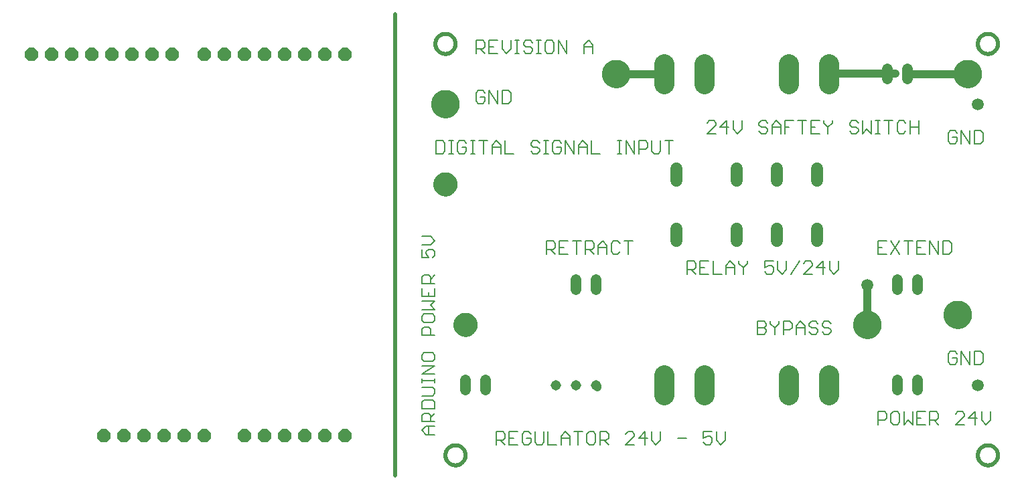
<source format=gtl>
G75*
%MOIN*%
%OFA0B0*%
%FSLAX25Y25*%
%IPPOS*%
%LPD*%
%AMOC8*
5,1,8,0,0,1.08239X$1,22.5*
%
%ADD10C,0.00600*%
%ADD11C,0.02000*%
%ADD12C,0.04000*%
%ADD13C,0.05200*%
%ADD14C,0.10000*%
%ADD15C,0.06000*%
%ADD16OC8,0.06600*%
%ADD17C,0.05150*%
%ADD18OC8,0.08500*%
%ADD19C,0.05906*%
D10*
X0315295Y0030435D02*
X0317430Y0028300D01*
X0321700Y0028300D01*
X0318497Y0028300D02*
X0318497Y0032570D01*
X0317430Y0032570D02*
X0321700Y0032570D01*
X0321700Y0034745D02*
X0315295Y0034745D01*
X0315295Y0037948D01*
X0316362Y0039016D01*
X0318497Y0039016D01*
X0319565Y0037948D01*
X0319565Y0034745D01*
X0319565Y0036881D02*
X0321700Y0039016D01*
X0321700Y0041191D02*
X0315295Y0041191D01*
X0315295Y0044394D01*
X0316362Y0045461D01*
X0320632Y0045461D01*
X0321700Y0044394D01*
X0321700Y0041191D01*
X0320632Y0047636D02*
X0315295Y0047636D01*
X0320632Y0047636D02*
X0321700Y0048704D01*
X0321700Y0050839D01*
X0320632Y0051907D01*
X0315295Y0051907D01*
X0315295Y0054082D02*
X0315295Y0056217D01*
X0315295Y0055150D02*
X0321700Y0055150D01*
X0321700Y0056217D02*
X0321700Y0054082D01*
X0321700Y0058379D02*
X0315295Y0058379D01*
X0321700Y0062649D01*
X0315295Y0062649D01*
X0316362Y0064824D02*
X0320632Y0064824D01*
X0321700Y0065892D01*
X0321700Y0068027D01*
X0320632Y0069095D01*
X0316362Y0069095D01*
X0315295Y0068027D01*
X0315295Y0065892D01*
X0316362Y0064824D01*
X0315295Y0077715D02*
X0315295Y0080918D01*
X0316362Y0081986D01*
X0318497Y0081986D01*
X0319565Y0080918D01*
X0319565Y0077715D01*
X0321700Y0077715D02*
X0315295Y0077715D01*
X0316362Y0084161D02*
X0320632Y0084161D01*
X0321700Y0085229D01*
X0321700Y0087364D01*
X0320632Y0088431D01*
X0316362Y0088431D01*
X0315295Y0087364D01*
X0315295Y0085229D01*
X0316362Y0084161D01*
X0315295Y0090606D02*
X0321700Y0090606D01*
X0319565Y0092742D01*
X0321700Y0094877D01*
X0315295Y0094877D01*
X0315295Y0097052D02*
X0321700Y0097052D01*
X0321700Y0101322D01*
X0321700Y0103497D02*
X0315295Y0103497D01*
X0315295Y0106700D01*
X0316362Y0107768D01*
X0318497Y0107768D01*
X0319565Y0106700D01*
X0319565Y0103497D01*
X0319565Y0105633D02*
X0321700Y0107768D01*
X0320632Y0116388D02*
X0321700Y0117456D01*
X0321700Y0119591D01*
X0320632Y0120659D01*
X0318497Y0120659D01*
X0317430Y0119591D01*
X0317430Y0118524D01*
X0318497Y0116388D01*
X0315295Y0116388D01*
X0315295Y0120659D01*
X0315295Y0122834D02*
X0319565Y0122834D01*
X0321700Y0124969D01*
X0319565Y0127104D01*
X0315295Y0127104D01*
X0315295Y0101322D02*
X0315295Y0097052D01*
X0318497Y0097052D02*
X0318497Y0099187D01*
X0377300Y0118300D02*
X0377300Y0124705D01*
X0380503Y0124705D01*
X0381570Y0123638D01*
X0381570Y0121503D01*
X0380503Y0120435D01*
X0377300Y0120435D01*
X0379435Y0120435D02*
X0381570Y0118300D01*
X0383745Y0118300D02*
X0388016Y0118300D01*
X0385881Y0121503D02*
X0383745Y0121503D01*
X0383745Y0124705D02*
X0383745Y0118300D01*
X0392326Y0118300D02*
X0392326Y0124705D01*
X0390191Y0124705D02*
X0394461Y0124705D01*
X0396636Y0124705D02*
X0399839Y0124705D01*
X0400907Y0123638D01*
X0400907Y0121503D01*
X0399839Y0120435D01*
X0396636Y0120435D01*
X0396636Y0118300D02*
X0396636Y0124705D01*
X0398772Y0120435D02*
X0400907Y0118300D01*
X0403082Y0118300D02*
X0403082Y0122570D01*
X0405217Y0124705D01*
X0407352Y0122570D01*
X0407352Y0118300D01*
X0409527Y0119368D02*
X0410595Y0118300D01*
X0412730Y0118300D01*
X0413798Y0119368D01*
X0409527Y0119368D02*
X0409527Y0123638D01*
X0410595Y0124705D01*
X0412730Y0124705D01*
X0413798Y0123638D01*
X0415973Y0124705D02*
X0420243Y0124705D01*
X0418108Y0124705D02*
X0418108Y0118300D01*
X0407352Y0121503D02*
X0403082Y0121503D01*
X0388016Y0124705D02*
X0383745Y0124705D01*
X0447300Y0114705D02*
X0447300Y0108300D01*
X0447300Y0110435D02*
X0450503Y0110435D01*
X0451570Y0111503D01*
X0451570Y0113638D01*
X0450503Y0114705D01*
X0447300Y0114705D01*
X0449435Y0110435D02*
X0451570Y0108300D01*
X0453745Y0108300D02*
X0458016Y0108300D01*
X0460191Y0108300D02*
X0464461Y0108300D01*
X0466636Y0108300D02*
X0466636Y0112570D01*
X0468772Y0114705D01*
X0470907Y0112570D01*
X0470907Y0108300D01*
X0470907Y0111503D02*
X0466636Y0111503D01*
X0473082Y0113638D02*
X0475217Y0111503D01*
X0475217Y0108300D01*
X0475217Y0111503D02*
X0477352Y0113638D01*
X0477352Y0114705D01*
X0473082Y0114705D02*
X0473082Y0113638D01*
X0460191Y0114705D02*
X0460191Y0108300D01*
X0455881Y0111503D02*
X0453745Y0111503D01*
X0453745Y0114705D02*
X0453745Y0108300D01*
X0453745Y0114705D02*
X0458016Y0114705D01*
X0485973Y0114705D02*
X0485973Y0111503D01*
X0488108Y0112570D01*
X0489176Y0112570D01*
X0490243Y0111503D01*
X0490243Y0109368D01*
X0489176Y0108300D01*
X0487041Y0108300D01*
X0485973Y0109368D01*
X0492418Y0110435D02*
X0494554Y0108300D01*
X0496689Y0110435D01*
X0496689Y0114705D01*
X0492418Y0114705D02*
X0492418Y0110435D01*
X0490243Y0114705D02*
X0485973Y0114705D01*
X0498864Y0108300D02*
X0503134Y0114705D01*
X0505309Y0113638D02*
X0506377Y0114705D01*
X0508512Y0114705D01*
X0509580Y0113638D01*
X0509580Y0112570D01*
X0505309Y0108300D01*
X0509580Y0108300D01*
X0511755Y0111503D02*
X0516025Y0111503D01*
X0518200Y0110435D02*
X0520336Y0108300D01*
X0522471Y0110435D01*
X0522471Y0114705D01*
X0518200Y0114705D02*
X0518200Y0110435D01*
X0514958Y0108300D02*
X0514958Y0114705D01*
X0511755Y0111503D01*
X0542300Y0118300D02*
X0542300Y0124705D01*
X0546570Y0124705D01*
X0548745Y0124705D02*
X0553016Y0118300D01*
X0548745Y0118300D02*
X0553016Y0124705D01*
X0555191Y0124705D02*
X0559461Y0124705D01*
X0557326Y0124705D02*
X0557326Y0118300D01*
X0561636Y0118300D02*
X0565907Y0118300D01*
X0568082Y0118300D02*
X0568082Y0124705D01*
X0572352Y0118300D01*
X0572352Y0124705D01*
X0574527Y0124705D02*
X0577730Y0124705D01*
X0578798Y0123638D01*
X0578798Y0119368D01*
X0577730Y0118300D01*
X0574527Y0118300D01*
X0574527Y0124705D01*
X0565907Y0124705D02*
X0561636Y0124705D01*
X0561636Y0118300D01*
X0561636Y0121503D02*
X0563772Y0121503D01*
X0546570Y0118300D02*
X0542300Y0118300D01*
X0542300Y0121503D02*
X0544435Y0121503D01*
X0517730Y0084705D02*
X0515595Y0084705D01*
X0514527Y0083638D01*
X0514527Y0082570D01*
X0515595Y0081503D01*
X0517730Y0081503D01*
X0518798Y0080435D01*
X0518798Y0079368D01*
X0517730Y0078300D01*
X0515595Y0078300D01*
X0514527Y0079368D01*
X0512352Y0079368D02*
X0511285Y0078300D01*
X0509150Y0078300D01*
X0508082Y0079368D01*
X0509150Y0081503D02*
X0511285Y0081503D01*
X0512352Y0080435D01*
X0512352Y0079368D01*
X0509150Y0081503D02*
X0508082Y0082570D01*
X0508082Y0083638D01*
X0509150Y0084705D01*
X0511285Y0084705D01*
X0512352Y0083638D01*
X0517730Y0084705D02*
X0518798Y0083638D01*
X0505907Y0082570D02*
X0505907Y0078300D01*
X0501636Y0078300D02*
X0501636Y0082570D01*
X0503772Y0084705D01*
X0505907Y0082570D01*
X0505907Y0081503D02*
X0501636Y0081503D01*
X0499461Y0081503D02*
X0498394Y0080435D01*
X0495191Y0080435D01*
X0495191Y0078300D02*
X0495191Y0084705D01*
X0498394Y0084705D01*
X0499461Y0083638D01*
X0499461Y0081503D01*
X0493016Y0083638D02*
X0493016Y0084705D01*
X0493016Y0083638D02*
X0490881Y0081503D01*
X0490881Y0078300D01*
X0486570Y0079368D02*
X0485503Y0078300D01*
X0482300Y0078300D01*
X0482300Y0084705D01*
X0485503Y0084705D01*
X0486570Y0083638D01*
X0486570Y0082570D01*
X0485503Y0081503D01*
X0482300Y0081503D01*
X0485503Y0081503D02*
X0486570Y0080435D01*
X0486570Y0079368D01*
X0488745Y0083638D02*
X0490881Y0081503D01*
X0488745Y0083638D02*
X0488745Y0084705D01*
X0577300Y0068638D02*
X0577300Y0064368D01*
X0578368Y0063300D01*
X0580503Y0063300D01*
X0581570Y0064368D01*
X0581570Y0066503D01*
X0579435Y0066503D01*
X0577300Y0068638D02*
X0578368Y0069705D01*
X0580503Y0069705D01*
X0581570Y0068638D01*
X0583745Y0069705D02*
X0588016Y0063300D01*
X0588016Y0069705D01*
X0590191Y0069705D02*
X0593394Y0069705D01*
X0594461Y0068638D01*
X0594461Y0064368D01*
X0593394Y0063300D01*
X0590191Y0063300D01*
X0590191Y0069705D01*
X0583745Y0069705D02*
X0583745Y0063300D01*
X0584176Y0039705D02*
X0582041Y0039705D01*
X0580973Y0038638D01*
X0584176Y0039705D02*
X0585243Y0038638D01*
X0585243Y0037570D01*
X0580973Y0033300D01*
X0585243Y0033300D01*
X0587418Y0036503D02*
X0591689Y0036503D01*
X0593864Y0035435D02*
X0595999Y0033300D01*
X0598134Y0035435D01*
X0598134Y0039705D01*
X0593864Y0039705D02*
X0593864Y0035435D01*
X0590621Y0033300D02*
X0590621Y0039705D01*
X0587418Y0036503D01*
X0572352Y0036503D02*
X0571285Y0035435D01*
X0568082Y0035435D01*
X0568082Y0033300D02*
X0568082Y0039705D01*
X0571285Y0039705D01*
X0572352Y0038638D01*
X0572352Y0036503D01*
X0570217Y0035435D02*
X0572352Y0033300D01*
X0565907Y0033300D02*
X0561636Y0033300D01*
X0561636Y0039705D01*
X0565907Y0039705D01*
X0563772Y0036503D02*
X0561636Y0036503D01*
X0559461Y0039705D02*
X0559461Y0033300D01*
X0557326Y0035435D01*
X0555191Y0033300D01*
X0555191Y0039705D01*
X0553016Y0038638D02*
X0551948Y0039705D01*
X0549813Y0039705D01*
X0548745Y0038638D01*
X0548745Y0034368D01*
X0549813Y0033300D01*
X0551948Y0033300D01*
X0553016Y0034368D01*
X0553016Y0038638D01*
X0546570Y0038638D02*
X0546570Y0036503D01*
X0545503Y0035435D01*
X0542300Y0035435D01*
X0542300Y0033300D02*
X0542300Y0039705D01*
X0545503Y0039705D01*
X0546570Y0038638D01*
X0466144Y0029705D02*
X0466144Y0025435D01*
X0464009Y0023300D01*
X0461873Y0025435D01*
X0461873Y0029705D01*
X0459698Y0029705D02*
X0455428Y0029705D01*
X0455428Y0026503D01*
X0457563Y0027570D01*
X0458631Y0027570D01*
X0459698Y0026503D01*
X0459698Y0024368D01*
X0458631Y0023300D01*
X0456496Y0023300D01*
X0455428Y0024368D01*
X0446807Y0026503D02*
X0442537Y0026503D01*
X0433916Y0025435D02*
X0431781Y0023300D01*
X0429646Y0025435D01*
X0429646Y0029705D01*
X0426403Y0029705D02*
X0423200Y0026503D01*
X0427471Y0026503D01*
X0426403Y0029705D02*
X0426403Y0023300D01*
X0421025Y0023300D02*
X0416755Y0023300D01*
X0421025Y0027570D01*
X0421025Y0028638D01*
X0419958Y0029705D01*
X0417823Y0029705D01*
X0416755Y0028638D01*
X0408134Y0028638D02*
X0408134Y0026503D01*
X0407067Y0025435D01*
X0403864Y0025435D01*
X0403864Y0023300D02*
X0403864Y0029705D01*
X0407067Y0029705D01*
X0408134Y0028638D01*
X0405999Y0025435D02*
X0408134Y0023300D01*
X0401689Y0024368D02*
X0401689Y0028638D01*
X0400621Y0029705D01*
X0398486Y0029705D01*
X0397418Y0028638D01*
X0397418Y0024368D01*
X0398486Y0023300D01*
X0400621Y0023300D01*
X0401689Y0024368D01*
X0393108Y0023300D02*
X0393108Y0029705D01*
X0390973Y0029705D02*
X0395243Y0029705D01*
X0388798Y0027570D02*
X0388798Y0023300D01*
X0388798Y0026503D02*
X0384527Y0026503D01*
X0384527Y0027570D02*
X0384527Y0023300D01*
X0382352Y0023300D02*
X0378082Y0023300D01*
X0378082Y0029705D01*
X0375907Y0029705D02*
X0375907Y0024368D01*
X0374839Y0023300D01*
X0372704Y0023300D01*
X0371636Y0024368D01*
X0371636Y0029705D01*
X0369461Y0028638D02*
X0368394Y0029705D01*
X0366259Y0029705D01*
X0365191Y0028638D01*
X0365191Y0024368D01*
X0366259Y0023300D01*
X0368394Y0023300D01*
X0369461Y0024368D01*
X0369461Y0026503D01*
X0367326Y0026503D01*
X0363016Y0023300D02*
X0358745Y0023300D01*
X0358745Y0029705D01*
X0363016Y0029705D01*
X0360881Y0026503D02*
X0358745Y0026503D01*
X0356570Y0026503D02*
X0356570Y0028638D01*
X0355503Y0029705D01*
X0352300Y0029705D01*
X0352300Y0023300D01*
X0352300Y0025435D02*
X0355503Y0025435D01*
X0356570Y0026503D01*
X0354435Y0025435D02*
X0356570Y0023300D01*
X0384527Y0027570D02*
X0386663Y0029705D01*
X0388798Y0027570D01*
X0433916Y0025435D02*
X0433916Y0029705D01*
X0317430Y0032570D02*
X0315295Y0030435D01*
X0322300Y0168300D02*
X0325503Y0168300D01*
X0326570Y0169368D01*
X0326570Y0173638D01*
X0325503Y0174705D01*
X0322300Y0174705D01*
X0322300Y0168300D01*
X0328745Y0168300D02*
X0330881Y0168300D01*
X0329813Y0168300D02*
X0329813Y0174705D01*
X0328745Y0174705D02*
X0330881Y0174705D01*
X0333042Y0173638D02*
X0333042Y0169368D01*
X0334110Y0168300D01*
X0336245Y0168300D01*
X0337313Y0169368D01*
X0337313Y0171503D01*
X0335178Y0171503D01*
X0337313Y0173638D02*
X0336245Y0174705D01*
X0334110Y0174705D01*
X0333042Y0173638D01*
X0339488Y0174705D02*
X0341623Y0174705D01*
X0340556Y0174705D02*
X0340556Y0168300D01*
X0341623Y0168300D02*
X0339488Y0168300D01*
X0345920Y0168300D02*
X0345920Y0174705D01*
X0343785Y0174705D02*
X0348055Y0174705D01*
X0350230Y0172570D02*
X0352366Y0174705D01*
X0354501Y0172570D01*
X0354501Y0168300D01*
X0356676Y0168300D02*
X0360946Y0168300D01*
X0356676Y0168300D02*
X0356676Y0174705D01*
X0354501Y0171503D02*
X0350230Y0171503D01*
X0350230Y0172570D02*
X0350230Y0168300D01*
X0369567Y0169368D02*
X0370635Y0168300D01*
X0372770Y0168300D01*
X0373837Y0169368D01*
X0373837Y0170435D01*
X0372770Y0171503D01*
X0370635Y0171503D01*
X0369567Y0172570D01*
X0369567Y0173638D01*
X0370635Y0174705D01*
X0372770Y0174705D01*
X0373837Y0173638D01*
X0376012Y0174705D02*
X0378148Y0174705D01*
X0377080Y0174705D02*
X0377080Y0168300D01*
X0376012Y0168300D02*
X0378148Y0168300D01*
X0380309Y0169368D02*
X0381377Y0168300D01*
X0383512Y0168300D01*
X0384580Y0169368D01*
X0384580Y0171503D01*
X0382445Y0171503D01*
X0384580Y0173638D02*
X0383512Y0174705D01*
X0381377Y0174705D01*
X0380309Y0173638D01*
X0380309Y0169368D01*
X0386755Y0168300D02*
X0386755Y0174705D01*
X0391025Y0168300D01*
X0391025Y0174705D01*
X0393200Y0172570D02*
X0395336Y0174705D01*
X0397471Y0172570D01*
X0397471Y0168300D01*
X0399646Y0168300D02*
X0403916Y0168300D01*
X0399646Y0168300D02*
X0399646Y0174705D01*
X0397471Y0171503D02*
X0393200Y0171503D01*
X0393200Y0172570D02*
X0393200Y0168300D01*
X0412537Y0168300D02*
X0414672Y0168300D01*
X0413605Y0168300D02*
X0413605Y0174705D01*
X0414672Y0174705D02*
X0412537Y0174705D01*
X0416834Y0174705D02*
X0421104Y0168300D01*
X0421104Y0174705D01*
X0423279Y0174705D02*
X0426482Y0174705D01*
X0427550Y0173638D01*
X0427550Y0171503D01*
X0426482Y0170435D01*
X0423279Y0170435D01*
X0423279Y0168300D02*
X0423279Y0174705D01*
X0416834Y0174705D02*
X0416834Y0168300D01*
X0429725Y0169368D02*
X0430793Y0168300D01*
X0432928Y0168300D01*
X0433995Y0169368D01*
X0433995Y0174705D01*
X0436170Y0174705D02*
X0440441Y0174705D01*
X0438306Y0174705D02*
X0438306Y0168300D01*
X0429725Y0169368D02*
X0429725Y0174705D01*
X0457300Y0178300D02*
X0461570Y0182570D01*
X0461570Y0183638D01*
X0460503Y0184705D01*
X0458368Y0184705D01*
X0457300Y0183638D01*
X0463745Y0181503D02*
X0468016Y0181503D01*
X0470191Y0180435D02*
X0472326Y0178300D01*
X0474461Y0180435D01*
X0474461Y0184705D01*
X0470191Y0184705D02*
X0470191Y0180435D01*
X0466948Y0178300D02*
X0466948Y0184705D01*
X0463745Y0181503D01*
X0461570Y0178300D02*
X0457300Y0178300D01*
X0483082Y0179368D02*
X0484150Y0178300D01*
X0486285Y0178300D01*
X0487352Y0179368D01*
X0487352Y0180435D01*
X0486285Y0181503D01*
X0484150Y0181503D01*
X0483082Y0182570D01*
X0483082Y0183638D01*
X0484150Y0184705D01*
X0486285Y0184705D01*
X0487352Y0183638D01*
X0489527Y0182570D02*
X0491663Y0184705D01*
X0493798Y0182570D01*
X0493798Y0178300D01*
X0495973Y0178300D02*
X0495973Y0184705D01*
X0500243Y0184705D01*
X0502418Y0184705D02*
X0506689Y0184705D01*
X0504554Y0184705D02*
X0504554Y0178300D01*
X0508864Y0178300D02*
X0513134Y0178300D01*
X0508864Y0178300D02*
X0508864Y0184705D01*
X0513134Y0184705D01*
X0515309Y0184705D02*
X0515309Y0183638D01*
X0517445Y0181503D01*
X0517445Y0178300D01*
X0528200Y0179368D02*
X0529268Y0178300D01*
X0531403Y0178300D01*
X0532471Y0179368D01*
X0532471Y0180435D01*
X0531403Y0181503D01*
X0529268Y0181503D01*
X0528200Y0182570D01*
X0528200Y0183638D01*
X0529268Y0184705D01*
X0531403Y0184705D01*
X0532471Y0183638D01*
X0534646Y0184705D02*
X0534646Y0178300D01*
X0536781Y0180435D01*
X0538916Y0178300D01*
X0538916Y0184705D01*
X0541091Y0184705D02*
X0543227Y0184705D01*
X0542159Y0184705D02*
X0542159Y0178300D01*
X0541091Y0178300D02*
X0543227Y0178300D01*
X0547524Y0178300D02*
X0547524Y0184705D01*
X0549659Y0184705D02*
X0545388Y0184705D01*
X0551834Y0183638D02*
X0551834Y0179368D01*
X0552902Y0178300D01*
X0555037Y0178300D01*
X0556104Y0179368D01*
X0558279Y0178300D02*
X0558279Y0184705D01*
X0556104Y0183638D02*
X0555037Y0184705D01*
X0552902Y0184705D01*
X0551834Y0183638D01*
X0558279Y0181503D02*
X0562550Y0181503D01*
X0562550Y0184705D02*
X0562550Y0178300D01*
X0577300Y0178638D02*
X0577300Y0174368D01*
X0578368Y0173300D01*
X0580503Y0173300D01*
X0581570Y0174368D01*
X0581570Y0176503D01*
X0579435Y0176503D01*
X0577300Y0178638D02*
X0578368Y0179705D01*
X0580503Y0179705D01*
X0581570Y0178638D01*
X0583745Y0179705D02*
X0588016Y0173300D01*
X0588016Y0179705D01*
X0590191Y0179705D02*
X0593394Y0179705D01*
X0594461Y0178638D01*
X0594461Y0174368D01*
X0593394Y0173300D01*
X0590191Y0173300D01*
X0590191Y0179705D01*
X0583745Y0179705D02*
X0583745Y0173300D01*
X0519580Y0183638D02*
X0517445Y0181503D01*
X0519580Y0183638D02*
X0519580Y0184705D01*
X0510999Y0181503D02*
X0508864Y0181503D01*
X0498108Y0181503D02*
X0495973Y0181503D01*
X0493798Y0181503D02*
X0489527Y0181503D01*
X0489527Y0182570D02*
X0489527Y0178300D01*
X0400283Y0218300D02*
X0400283Y0222570D01*
X0398148Y0224705D01*
X0396012Y0222570D01*
X0396012Y0218300D01*
X0396012Y0221503D02*
X0400283Y0221503D01*
X0387392Y0218300D02*
X0387392Y0224705D01*
X0383121Y0224705D02*
X0387392Y0218300D01*
X0383121Y0218300D02*
X0383121Y0224705D01*
X0380946Y0223638D02*
X0379879Y0224705D01*
X0377744Y0224705D01*
X0376676Y0223638D01*
X0376676Y0219368D01*
X0377744Y0218300D01*
X0379879Y0218300D01*
X0380946Y0219368D01*
X0380946Y0223638D01*
X0374514Y0224705D02*
X0372379Y0224705D01*
X0373447Y0224705D02*
X0373447Y0218300D01*
X0374514Y0218300D02*
X0372379Y0218300D01*
X0370204Y0219368D02*
X0369136Y0218300D01*
X0367001Y0218300D01*
X0365933Y0219368D01*
X0367001Y0221503D02*
X0369136Y0221503D01*
X0370204Y0220435D01*
X0370204Y0219368D01*
X0367001Y0221503D02*
X0365933Y0222570D01*
X0365933Y0223638D01*
X0367001Y0224705D01*
X0369136Y0224705D01*
X0370204Y0223638D01*
X0363772Y0224705D02*
X0361636Y0224705D01*
X0362704Y0224705D02*
X0362704Y0218300D01*
X0361636Y0218300D02*
X0363772Y0218300D01*
X0359461Y0220435D02*
X0359461Y0224705D01*
X0359461Y0220435D02*
X0357326Y0218300D01*
X0355191Y0220435D01*
X0355191Y0224705D01*
X0353016Y0224705D02*
X0348745Y0224705D01*
X0348745Y0218300D01*
X0353016Y0218300D01*
X0350881Y0221503D02*
X0348745Y0221503D01*
X0346570Y0221503D02*
X0345503Y0220435D01*
X0342300Y0220435D01*
X0342300Y0218300D02*
X0342300Y0224705D01*
X0345503Y0224705D01*
X0346570Y0223638D01*
X0346570Y0221503D01*
X0344435Y0220435D02*
X0346570Y0218300D01*
X0345503Y0199705D02*
X0343368Y0199705D01*
X0342300Y0198638D01*
X0342300Y0194368D01*
X0343368Y0193300D01*
X0345503Y0193300D01*
X0346570Y0194368D01*
X0346570Y0196503D01*
X0344435Y0196503D01*
X0346570Y0198638D02*
X0345503Y0199705D01*
X0348745Y0199705D02*
X0353016Y0193300D01*
X0353016Y0199705D01*
X0355191Y0199705D02*
X0358394Y0199705D01*
X0359461Y0198638D01*
X0359461Y0194368D01*
X0358394Y0193300D01*
X0355191Y0193300D01*
X0355191Y0199705D01*
X0348745Y0199705D02*
X0348745Y0193300D01*
D11*
X0322000Y0223000D02*
X0322002Y0223141D01*
X0322008Y0223282D01*
X0322018Y0223422D01*
X0322032Y0223562D01*
X0322050Y0223702D01*
X0322071Y0223841D01*
X0322097Y0223980D01*
X0322126Y0224118D01*
X0322160Y0224254D01*
X0322197Y0224390D01*
X0322238Y0224525D01*
X0322283Y0224659D01*
X0322332Y0224791D01*
X0322384Y0224922D01*
X0322440Y0225051D01*
X0322500Y0225178D01*
X0322563Y0225304D01*
X0322629Y0225428D01*
X0322700Y0225551D01*
X0322773Y0225671D01*
X0322850Y0225789D01*
X0322930Y0225905D01*
X0323014Y0226018D01*
X0323100Y0226129D01*
X0323190Y0226238D01*
X0323283Y0226344D01*
X0323378Y0226447D01*
X0323477Y0226548D01*
X0323578Y0226646D01*
X0323682Y0226741D01*
X0323789Y0226833D01*
X0323898Y0226922D01*
X0324010Y0227007D01*
X0324124Y0227090D01*
X0324240Y0227170D01*
X0324359Y0227246D01*
X0324480Y0227318D01*
X0324602Y0227388D01*
X0324727Y0227453D01*
X0324853Y0227516D01*
X0324981Y0227574D01*
X0325111Y0227629D01*
X0325242Y0227681D01*
X0325375Y0227728D01*
X0325509Y0227772D01*
X0325644Y0227813D01*
X0325780Y0227849D01*
X0325917Y0227881D01*
X0326055Y0227910D01*
X0326193Y0227935D01*
X0326333Y0227955D01*
X0326473Y0227972D01*
X0326613Y0227985D01*
X0326754Y0227994D01*
X0326894Y0227999D01*
X0327035Y0228000D01*
X0327176Y0227997D01*
X0327317Y0227990D01*
X0327457Y0227979D01*
X0327597Y0227964D01*
X0327737Y0227945D01*
X0327876Y0227923D01*
X0328014Y0227896D01*
X0328152Y0227866D01*
X0328288Y0227831D01*
X0328424Y0227793D01*
X0328558Y0227751D01*
X0328692Y0227705D01*
X0328824Y0227656D01*
X0328954Y0227602D01*
X0329083Y0227545D01*
X0329210Y0227485D01*
X0329336Y0227421D01*
X0329459Y0227353D01*
X0329581Y0227282D01*
X0329701Y0227208D01*
X0329818Y0227130D01*
X0329933Y0227049D01*
X0330046Y0226965D01*
X0330157Y0226878D01*
X0330265Y0226787D01*
X0330370Y0226694D01*
X0330473Y0226597D01*
X0330573Y0226498D01*
X0330670Y0226396D01*
X0330764Y0226291D01*
X0330855Y0226184D01*
X0330943Y0226074D01*
X0331028Y0225962D01*
X0331110Y0225847D01*
X0331189Y0225730D01*
X0331264Y0225611D01*
X0331336Y0225490D01*
X0331404Y0225367D01*
X0331469Y0225242D01*
X0331531Y0225115D01*
X0331588Y0224986D01*
X0331643Y0224856D01*
X0331693Y0224725D01*
X0331740Y0224592D01*
X0331783Y0224458D01*
X0331822Y0224322D01*
X0331857Y0224186D01*
X0331889Y0224049D01*
X0331916Y0223911D01*
X0331940Y0223772D01*
X0331960Y0223632D01*
X0331976Y0223492D01*
X0331988Y0223352D01*
X0331996Y0223211D01*
X0332000Y0223070D01*
X0332000Y0222930D01*
X0331996Y0222789D01*
X0331988Y0222648D01*
X0331976Y0222508D01*
X0331960Y0222368D01*
X0331940Y0222228D01*
X0331916Y0222089D01*
X0331889Y0221951D01*
X0331857Y0221814D01*
X0331822Y0221678D01*
X0331783Y0221542D01*
X0331740Y0221408D01*
X0331693Y0221275D01*
X0331643Y0221144D01*
X0331588Y0221014D01*
X0331531Y0220885D01*
X0331469Y0220758D01*
X0331404Y0220633D01*
X0331336Y0220510D01*
X0331264Y0220389D01*
X0331189Y0220270D01*
X0331110Y0220153D01*
X0331028Y0220038D01*
X0330943Y0219926D01*
X0330855Y0219816D01*
X0330764Y0219709D01*
X0330670Y0219604D01*
X0330573Y0219502D01*
X0330473Y0219403D01*
X0330370Y0219306D01*
X0330265Y0219213D01*
X0330157Y0219122D01*
X0330046Y0219035D01*
X0329933Y0218951D01*
X0329818Y0218870D01*
X0329701Y0218792D01*
X0329581Y0218718D01*
X0329459Y0218647D01*
X0329336Y0218579D01*
X0329210Y0218515D01*
X0329083Y0218455D01*
X0328954Y0218398D01*
X0328824Y0218344D01*
X0328692Y0218295D01*
X0328558Y0218249D01*
X0328424Y0218207D01*
X0328288Y0218169D01*
X0328152Y0218134D01*
X0328014Y0218104D01*
X0327876Y0218077D01*
X0327737Y0218055D01*
X0327597Y0218036D01*
X0327457Y0218021D01*
X0327317Y0218010D01*
X0327176Y0218003D01*
X0327035Y0218000D01*
X0326894Y0218001D01*
X0326754Y0218006D01*
X0326613Y0218015D01*
X0326473Y0218028D01*
X0326333Y0218045D01*
X0326193Y0218065D01*
X0326055Y0218090D01*
X0325917Y0218119D01*
X0325780Y0218151D01*
X0325644Y0218187D01*
X0325509Y0218228D01*
X0325375Y0218272D01*
X0325242Y0218319D01*
X0325111Y0218371D01*
X0324981Y0218426D01*
X0324853Y0218484D01*
X0324727Y0218547D01*
X0324602Y0218612D01*
X0324480Y0218682D01*
X0324359Y0218754D01*
X0324240Y0218830D01*
X0324124Y0218910D01*
X0324010Y0218993D01*
X0323898Y0219078D01*
X0323789Y0219167D01*
X0323682Y0219259D01*
X0323578Y0219354D01*
X0323477Y0219452D01*
X0323378Y0219553D01*
X0323283Y0219656D01*
X0323190Y0219762D01*
X0323100Y0219871D01*
X0323014Y0219982D01*
X0322930Y0220095D01*
X0322850Y0220211D01*
X0322773Y0220329D01*
X0322700Y0220449D01*
X0322629Y0220572D01*
X0322563Y0220696D01*
X0322500Y0220822D01*
X0322440Y0220949D01*
X0322384Y0221078D01*
X0322332Y0221209D01*
X0322283Y0221341D01*
X0322238Y0221475D01*
X0322197Y0221610D01*
X0322160Y0221746D01*
X0322126Y0221882D01*
X0322097Y0222020D01*
X0322071Y0222159D01*
X0322050Y0222298D01*
X0322032Y0222438D01*
X0322018Y0222578D01*
X0322008Y0222718D01*
X0322002Y0222859D01*
X0322000Y0223000D01*
X0302000Y0238000D02*
X0302000Y0008000D01*
X0327000Y0018000D02*
X0327002Y0018141D01*
X0327008Y0018282D01*
X0327018Y0018422D01*
X0327032Y0018562D01*
X0327050Y0018702D01*
X0327071Y0018841D01*
X0327097Y0018980D01*
X0327126Y0019118D01*
X0327160Y0019254D01*
X0327197Y0019390D01*
X0327238Y0019525D01*
X0327283Y0019659D01*
X0327332Y0019791D01*
X0327384Y0019922D01*
X0327440Y0020051D01*
X0327500Y0020178D01*
X0327563Y0020304D01*
X0327629Y0020428D01*
X0327700Y0020551D01*
X0327773Y0020671D01*
X0327850Y0020789D01*
X0327930Y0020905D01*
X0328014Y0021018D01*
X0328100Y0021129D01*
X0328190Y0021238D01*
X0328283Y0021344D01*
X0328378Y0021447D01*
X0328477Y0021548D01*
X0328578Y0021646D01*
X0328682Y0021741D01*
X0328789Y0021833D01*
X0328898Y0021922D01*
X0329010Y0022007D01*
X0329124Y0022090D01*
X0329240Y0022170D01*
X0329359Y0022246D01*
X0329480Y0022318D01*
X0329602Y0022388D01*
X0329727Y0022453D01*
X0329853Y0022516D01*
X0329981Y0022574D01*
X0330111Y0022629D01*
X0330242Y0022681D01*
X0330375Y0022728D01*
X0330509Y0022772D01*
X0330644Y0022813D01*
X0330780Y0022849D01*
X0330917Y0022881D01*
X0331055Y0022910D01*
X0331193Y0022935D01*
X0331333Y0022955D01*
X0331473Y0022972D01*
X0331613Y0022985D01*
X0331754Y0022994D01*
X0331894Y0022999D01*
X0332035Y0023000D01*
X0332176Y0022997D01*
X0332317Y0022990D01*
X0332457Y0022979D01*
X0332597Y0022964D01*
X0332737Y0022945D01*
X0332876Y0022923D01*
X0333014Y0022896D01*
X0333152Y0022866D01*
X0333288Y0022831D01*
X0333424Y0022793D01*
X0333558Y0022751D01*
X0333692Y0022705D01*
X0333824Y0022656D01*
X0333954Y0022602D01*
X0334083Y0022545D01*
X0334210Y0022485D01*
X0334336Y0022421D01*
X0334459Y0022353D01*
X0334581Y0022282D01*
X0334701Y0022208D01*
X0334818Y0022130D01*
X0334933Y0022049D01*
X0335046Y0021965D01*
X0335157Y0021878D01*
X0335265Y0021787D01*
X0335370Y0021694D01*
X0335473Y0021597D01*
X0335573Y0021498D01*
X0335670Y0021396D01*
X0335764Y0021291D01*
X0335855Y0021184D01*
X0335943Y0021074D01*
X0336028Y0020962D01*
X0336110Y0020847D01*
X0336189Y0020730D01*
X0336264Y0020611D01*
X0336336Y0020490D01*
X0336404Y0020367D01*
X0336469Y0020242D01*
X0336531Y0020115D01*
X0336588Y0019986D01*
X0336643Y0019856D01*
X0336693Y0019725D01*
X0336740Y0019592D01*
X0336783Y0019458D01*
X0336822Y0019322D01*
X0336857Y0019186D01*
X0336889Y0019049D01*
X0336916Y0018911D01*
X0336940Y0018772D01*
X0336960Y0018632D01*
X0336976Y0018492D01*
X0336988Y0018352D01*
X0336996Y0018211D01*
X0337000Y0018070D01*
X0337000Y0017930D01*
X0336996Y0017789D01*
X0336988Y0017648D01*
X0336976Y0017508D01*
X0336960Y0017368D01*
X0336940Y0017228D01*
X0336916Y0017089D01*
X0336889Y0016951D01*
X0336857Y0016814D01*
X0336822Y0016678D01*
X0336783Y0016542D01*
X0336740Y0016408D01*
X0336693Y0016275D01*
X0336643Y0016144D01*
X0336588Y0016014D01*
X0336531Y0015885D01*
X0336469Y0015758D01*
X0336404Y0015633D01*
X0336336Y0015510D01*
X0336264Y0015389D01*
X0336189Y0015270D01*
X0336110Y0015153D01*
X0336028Y0015038D01*
X0335943Y0014926D01*
X0335855Y0014816D01*
X0335764Y0014709D01*
X0335670Y0014604D01*
X0335573Y0014502D01*
X0335473Y0014403D01*
X0335370Y0014306D01*
X0335265Y0014213D01*
X0335157Y0014122D01*
X0335046Y0014035D01*
X0334933Y0013951D01*
X0334818Y0013870D01*
X0334701Y0013792D01*
X0334581Y0013718D01*
X0334459Y0013647D01*
X0334336Y0013579D01*
X0334210Y0013515D01*
X0334083Y0013455D01*
X0333954Y0013398D01*
X0333824Y0013344D01*
X0333692Y0013295D01*
X0333558Y0013249D01*
X0333424Y0013207D01*
X0333288Y0013169D01*
X0333152Y0013134D01*
X0333014Y0013104D01*
X0332876Y0013077D01*
X0332737Y0013055D01*
X0332597Y0013036D01*
X0332457Y0013021D01*
X0332317Y0013010D01*
X0332176Y0013003D01*
X0332035Y0013000D01*
X0331894Y0013001D01*
X0331754Y0013006D01*
X0331613Y0013015D01*
X0331473Y0013028D01*
X0331333Y0013045D01*
X0331193Y0013065D01*
X0331055Y0013090D01*
X0330917Y0013119D01*
X0330780Y0013151D01*
X0330644Y0013187D01*
X0330509Y0013228D01*
X0330375Y0013272D01*
X0330242Y0013319D01*
X0330111Y0013371D01*
X0329981Y0013426D01*
X0329853Y0013484D01*
X0329727Y0013547D01*
X0329602Y0013612D01*
X0329480Y0013682D01*
X0329359Y0013754D01*
X0329240Y0013830D01*
X0329124Y0013910D01*
X0329010Y0013993D01*
X0328898Y0014078D01*
X0328789Y0014167D01*
X0328682Y0014259D01*
X0328578Y0014354D01*
X0328477Y0014452D01*
X0328378Y0014553D01*
X0328283Y0014656D01*
X0328190Y0014762D01*
X0328100Y0014871D01*
X0328014Y0014982D01*
X0327930Y0015095D01*
X0327850Y0015211D01*
X0327773Y0015329D01*
X0327700Y0015449D01*
X0327629Y0015572D01*
X0327563Y0015696D01*
X0327500Y0015822D01*
X0327440Y0015949D01*
X0327384Y0016078D01*
X0327332Y0016209D01*
X0327283Y0016341D01*
X0327238Y0016475D01*
X0327197Y0016610D01*
X0327160Y0016746D01*
X0327126Y0016882D01*
X0327097Y0017020D01*
X0327071Y0017159D01*
X0327050Y0017298D01*
X0327032Y0017438D01*
X0327018Y0017578D01*
X0327008Y0017718D01*
X0327002Y0017859D01*
X0327000Y0018000D01*
X0332000Y0083000D02*
X0332002Y0083141D01*
X0332008Y0083282D01*
X0332018Y0083422D01*
X0332032Y0083562D01*
X0332050Y0083702D01*
X0332071Y0083841D01*
X0332097Y0083980D01*
X0332126Y0084118D01*
X0332160Y0084254D01*
X0332197Y0084390D01*
X0332238Y0084525D01*
X0332283Y0084659D01*
X0332332Y0084791D01*
X0332384Y0084922D01*
X0332440Y0085051D01*
X0332500Y0085178D01*
X0332563Y0085304D01*
X0332629Y0085428D01*
X0332700Y0085551D01*
X0332773Y0085671D01*
X0332850Y0085789D01*
X0332930Y0085905D01*
X0333014Y0086018D01*
X0333100Y0086129D01*
X0333190Y0086238D01*
X0333283Y0086344D01*
X0333378Y0086447D01*
X0333477Y0086548D01*
X0333578Y0086646D01*
X0333682Y0086741D01*
X0333789Y0086833D01*
X0333898Y0086922D01*
X0334010Y0087007D01*
X0334124Y0087090D01*
X0334240Y0087170D01*
X0334359Y0087246D01*
X0334480Y0087318D01*
X0334602Y0087388D01*
X0334727Y0087453D01*
X0334853Y0087516D01*
X0334981Y0087574D01*
X0335111Y0087629D01*
X0335242Y0087681D01*
X0335375Y0087728D01*
X0335509Y0087772D01*
X0335644Y0087813D01*
X0335780Y0087849D01*
X0335917Y0087881D01*
X0336055Y0087910D01*
X0336193Y0087935D01*
X0336333Y0087955D01*
X0336473Y0087972D01*
X0336613Y0087985D01*
X0336754Y0087994D01*
X0336894Y0087999D01*
X0337035Y0088000D01*
X0337176Y0087997D01*
X0337317Y0087990D01*
X0337457Y0087979D01*
X0337597Y0087964D01*
X0337737Y0087945D01*
X0337876Y0087923D01*
X0338014Y0087896D01*
X0338152Y0087866D01*
X0338288Y0087831D01*
X0338424Y0087793D01*
X0338558Y0087751D01*
X0338692Y0087705D01*
X0338824Y0087656D01*
X0338954Y0087602D01*
X0339083Y0087545D01*
X0339210Y0087485D01*
X0339336Y0087421D01*
X0339459Y0087353D01*
X0339581Y0087282D01*
X0339701Y0087208D01*
X0339818Y0087130D01*
X0339933Y0087049D01*
X0340046Y0086965D01*
X0340157Y0086878D01*
X0340265Y0086787D01*
X0340370Y0086694D01*
X0340473Y0086597D01*
X0340573Y0086498D01*
X0340670Y0086396D01*
X0340764Y0086291D01*
X0340855Y0086184D01*
X0340943Y0086074D01*
X0341028Y0085962D01*
X0341110Y0085847D01*
X0341189Y0085730D01*
X0341264Y0085611D01*
X0341336Y0085490D01*
X0341404Y0085367D01*
X0341469Y0085242D01*
X0341531Y0085115D01*
X0341588Y0084986D01*
X0341643Y0084856D01*
X0341693Y0084725D01*
X0341740Y0084592D01*
X0341783Y0084458D01*
X0341822Y0084322D01*
X0341857Y0084186D01*
X0341889Y0084049D01*
X0341916Y0083911D01*
X0341940Y0083772D01*
X0341960Y0083632D01*
X0341976Y0083492D01*
X0341988Y0083352D01*
X0341996Y0083211D01*
X0342000Y0083070D01*
X0342000Y0082930D01*
X0341996Y0082789D01*
X0341988Y0082648D01*
X0341976Y0082508D01*
X0341960Y0082368D01*
X0341940Y0082228D01*
X0341916Y0082089D01*
X0341889Y0081951D01*
X0341857Y0081814D01*
X0341822Y0081678D01*
X0341783Y0081542D01*
X0341740Y0081408D01*
X0341693Y0081275D01*
X0341643Y0081144D01*
X0341588Y0081014D01*
X0341531Y0080885D01*
X0341469Y0080758D01*
X0341404Y0080633D01*
X0341336Y0080510D01*
X0341264Y0080389D01*
X0341189Y0080270D01*
X0341110Y0080153D01*
X0341028Y0080038D01*
X0340943Y0079926D01*
X0340855Y0079816D01*
X0340764Y0079709D01*
X0340670Y0079604D01*
X0340573Y0079502D01*
X0340473Y0079403D01*
X0340370Y0079306D01*
X0340265Y0079213D01*
X0340157Y0079122D01*
X0340046Y0079035D01*
X0339933Y0078951D01*
X0339818Y0078870D01*
X0339701Y0078792D01*
X0339581Y0078718D01*
X0339459Y0078647D01*
X0339336Y0078579D01*
X0339210Y0078515D01*
X0339083Y0078455D01*
X0338954Y0078398D01*
X0338824Y0078344D01*
X0338692Y0078295D01*
X0338558Y0078249D01*
X0338424Y0078207D01*
X0338288Y0078169D01*
X0338152Y0078134D01*
X0338014Y0078104D01*
X0337876Y0078077D01*
X0337737Y0078055D01*
X0337597Y0078036D01*
X0337457Y0078021D01*
X0337317Y0078010D01*
X0337176Y0078003D01*
X0337035Y0078000D01*
X0336894Y0078001D01*
X0336754Y0078006D01*
X0336613Y0078015D01*
X0336473Y0078028D01*
X0336333Y0078045D01*
X0336193Y0078065D01*
X0336055Y0078090D01*
X0335917Y0078119D01*
X0335780Y0078151D01*
X0335644Y0078187D01*
X0335509Y0078228D01*
X0335375Y0078272D01*
X0335242Y0078319D01*
X0335111Y0078371D01*
X0334981Y0078426D01*
X0334853Y0078484D01*
X0334727Y0078547D01*
X0334602Y0078612D01*
X0334480Y0078682D01*
X0334359Y0078754D01*
X0334240Y0078830D01*
X0334124Y0078910D01*
X0334010Y0078993D01*
X0333898Y0079078D01*
X0333789Y0079167D01*
X0333682Y0079259D01*
X0333578Y0079354D01*
X0333477Y0079452D01*
X0333378Y0079553D01*
X0333283Y0079656D01*
X0333190Y0079762D01*
X0333100Y0079871D01*
X0333014Y0079982D01*
X0332930Y0080095D01*
X0332850Y0080211D01*
X0332773Y0080329D01*
X0332700Y0080449D01*
X0332629Y0080572D01*
X0332563Y0080696D01*
X0332500Y0080822D01*
X0332440Y0080949D01*
X0332384Y0081078D01*
X0332332Y0081209D01*
X0332283Y0081341D01*
X0332238Y0081475D01*
X0332197Y0081610D01*
X0332160Y0081746D01*
X0332126Y0081882D01*
X0332097Y0082020D01*
X0332071Y0082159D01*
X0332050Y0082298D01*
X0332032Y0082438D01*
X0332018Y0082578D01*
X0332008Y0082718D01*
X0332002Y0082859D01*
X0332000Y0083000D01*
X0322000Y0153000D02*
X0322002Y0153141D01*
X0322008Y0153282D01*
X0322018Y0153422D01*
X0322032Y0153562D01*
X0322050Y0153702D01*
X0322071Y0153841D01*
X0322097Y0153980D01*
X0322126Y0154118D01*
X0322160Y0154254D01*
X0322197Y0154390D01*
X0322238Y0154525D01*
X0322283Y0154659D01*
X0322332Y0154791D01*
X0322384Y0154922D01*
X0322440Y0155051D01*
X0322500Y0155178D01*
X0322563Y0155304D01*
X0322629Y0155428D01*
X0322700Y0155551D01*
X0322773Y0155671D01*
X0322850Y0155789D01*
X0322930Y0155905D01*
X0323014Y0156018D01*
X0323100Y0156129D01*
X0323190Y0156238D01*
X0323283Y0156344D01*
X0323378Y0156447D01*
X0323477Y0156548D01*
X0323578Y0156646D01*
X0323682Y0156741D01*
X0323789Y0156833D01*
X0323898Y0156922D01*
X0324010Y0157007D01*
X0324124Y0157090D01*
X0324240Y0157170D01*
X0324359Y0157246D01*
X0324480Y0157318D01*
X0324602Y0157388D01*
X0324727Y0157453D01*
X0324853Y0157516D01*
X0324981Y0157574D01*
X0325111Y0157629D01*
X0325242Y0157681D01*
X0325375Y0157728D01*
X0325509Y0157772D01*
X0325644Y0157813D01*
X0325780Y0157849D01*
X0325917Y0157881D01*
X0326055Y0157910D01*
X0326193Y0157935D01*
X0326333Y0157955D01*
X0326473Y0157972D01*
X0326613Y0157985D01*
X0326754Y0157994D01*
X0326894Y0157999D01*
X0327035Y0158000D01*
X0327176Y0157997D01*
X0327317Y0157990D01*
X0327457Y0157979D01*
X0327597Y0157964D01*
X0327737Y0157945D01*
X0327876Y0157923D01*
X0328014Y0157896D01*
X0328152Y0157866D01*
X0328288Y0157831D01*
X0328424Y0157793D01*
X0328558Y0157751D01*
X0328692Y0157705D01*
X0328824Y0157656D01*
X0328954Y0157602D01*
X0329083Y0157545D01*
X0329210Y0157485D01*
X0329336Y0157421D01*
X0329459Y0157353D01*
X0329581Y0157282D01*
X0329701Y0157208D01*
X0329818Y0157130D01*
X0329933Y0157049D01*
X0330046Y0156965D01*
X0330157Y0156878D01*
X0330265Y0156787D01*
X0330370Y0156694D01*
X0330473Y0156597D01*
X0330573Y0156498D01*
X0330670Y0156396D01*
X0330764Y0156291D01*
X0330855Y0156184D01*
X0330943Y0156074D01*
X0331028Y0155962D01*
X0331110Y0155847D01*
X0331189Y0155730D01*
X0331264Y0155611D01*
X0331336Y0155490D01*
X0331404Y0155367D01*
X0331469Y0155242D01*
X0331531Y0155115D01*
X0331588Y0154986D01*
X0331643Y0154856D01*
X0331693Y0154725D01*
X0331740Y0154592D01*
X0331783Y0154458D01*
X0331822Y0154322D01*
X0331857Y0154186D01*
X0331889Y0154049D01*
X0331916Y0153911D01*
X0331940Y0153772D01*
X0331960Y0153632D01*
X0331976Y0153492D01*
X0331988Y0153352D01*
X0331996Y0153211D01*
X0332000Y0153070D01*
X0332000Y0152930D01*
X0331996Y0152789D01*
X0331988Y0152648D01*
X0331976Y0152508D01*
X0331960Y0152368D01*
X0331940Y0152228D01*
X0331916Y0152089D01*
X0331889Y0151951D01*
X0331857Y0151814D01*
X0331822Y0151678D01*
X0331783Y0151542D01*
X0331740Y0151408D01*
X0331693Y0151275D01*
X0331643Y0151144D01*
X0331588Y0151014D01*
X0331531Y0150885D01*
X0331469Y0150758D01*
X0331404Y0150633D01*
X0331336Y0150510D01*
X0331264Y0150389D01*
X0331189Y0150270D01*
X0331110Y0150153D01*
X0331028Y0150038D01*
X0330943Y0149926D01*
X0330855Y0149816D01*
X0330764Y0149709D01*
X0330670Y0149604D01*
X0330573Y0149502D01*
X0330473Y0149403D01*
X0330370Y0149306D01*
X0330265Y0149213D01*
X0330157Y0149122D01*
X0330046Y0149035D01*
X0329933Y0148951D01*
X0329818Y0148870D01*
X0329701Y0148792D01*
X0329581Y0148718D01*
X0329459Y0148647D01*
X0329336Y0148579D01*
X0329210Y0148515D01*
X0329083Y0148455D01*
X0328954Y0148398D01*
X0328824Y0148344D01*
X0328692Y0148295D01*
X0328558Y0148249D01*
X0328424Y0148207D01*
X0328288Y0148169D01*
X0328152Y0148134D01*
X0328014Y0148104D01*
X0327876Y0148077D01*
X0327737Y0148055D01*
X0327597Y0148036D01*
X0327457Y0148021D01*
X0327317Y0148010D01*
X0327176Y0148003D01*
X0327035Y0148000D01*
X0326894Y0148001D01*
X0326754Y0148006D01*
X0326613Y0148015D01*
X0326473Y0148028D01*
X0326333Y0148045D01*
X0326193Y0148065D01*
X0326055Y0148090D01*
X0325917Y0148119D01*
X0325780Y0148151D01*
X0325644Y0148187D01*
X0325509Y0148228D01*
X0325375Y0148272D01*
X0325242Y0148319D01*
X0325111Y0148371D01*
X0324981Y0148426D01*
X0324853Y0148484D01*
X0324727Y0148547D01*
X0324602Y0148612D01*
X0324480Y0148682D01*
X0324359Y0148754D01*
X0324240Y0148830D01*
X0324124Y0148910D01*
X0324010Y0148993D01*
X0323898Y0149078D01*
X0323789Y0149167D01*
X0323682Y0149259D01*
X0323578Y0149354D01*
X0323477Y0149452D01*
X0323378Y0149553D01*
X0323283Y0149656D01*
X0323190Y0149762D01*
X0323100Y0149871D01*
X0323014Y0149982D01*
X0322930Y0150095D01*
X0322850Y0150211D01*
X0322773Y0150329D01*
X0322700Y0150449D01*
X0322629Y0150572D01*
X0322563Y0150696D01*
X0322500Y0150822D01*
X0322440Y0150949D01*
X0322384Y0151078D01*
X0322332Y0151209D01*
X0322283Y0151341D01*
X0322238Y0151475D01*
X0322197Y0151610D01*
X0322160Y0151746D01*
X0322126Y0151882D01*
X0322097Y0152020D01*
X0322071Y0152159D01*
X0322050Y0152298D01*
X0322032Y0152438D01*
X0322018Y0152578D01*
X0322008Y0152718D01*
X0322002Y0152859D01*
X0322000Y0153000D01*
X0592000Y0223000D02*
X0592002Y0223141D01*
X0592008Y0223282D01*
X0592018Y0223422D01*
X0592032Y0223562D01*
X0592050Y0223702D01*
X0592071Y0223841D01*
X0592097Y0223980D01*
X0592126Y0224118D01*
X0592160Y0224254D01*
X0592197Y0224390D01*
X0592238Y0224525D01*
X0592283Y0224659D01*
X0592332Y0224791D01*
X0592384Y0224922D01*
X0592440Y0225051D01*
X0592500Y0225178D01*
X0592563Y0225304D01*
X0592629Y0225428D01*
X0592700Y0225551D01*
X0592773Y0225671D01*
X0592850Y0225789D01*
X0592930Y0225905D01*
X0593014Y0226018D01*
X0593100Y0226129D01*
X0593190Y0226238D01*
X0593283Y0226344D01*
X0593378Y0226447D01*
X0593477Y0226548D01*
X0593578Y0226646D01*
X0593682Y0226741D01*
X0593789Y0226833D01*
X0593898Y0226922D01*
X0594010Y0227007D01*
X0594124Y0227090D01*
X0594240Y0227170D01*
X0594359Y0227246D01*
X0594480Y0227318D01*
X0594602Y0227388D01*
X0594727Y0227453D01*
X0594853Y0227516D01*
X0594981Y0227574D01*
X0595111Y0227629D01*
X0595242Y0227681D01*
X0595375Y0227728D01*
X0595509Y0227772D01*
X0595644Y0227813D01*
X0595780Y0227849D01*
X0595917Y0227881D01*
X0596055Y0227910D01*
X0596193Y0227935D01*
X0596333Y0227955D01*
X0596473Y0227972D01*
X0596613Y0227985D01*
X0596754Y0227994D01*
X0596894Y0227999D01*
X0597035Y0228000D01*
X0597176Y0227997D01*
X0597317Y0227990D01*
X0597457Y0227979D01*
X0597597Y0227964D01*
X0597737Y0227945D01*
X0597876Y0227923D01*
X0598014Y0227896D01*
X0598152Y0227866D01*
X0598288Y0227831D01*
X0598424Y0227793D01*
X0598558Y0227751D01*
X0598692Y0227705D01*
X0598824Y0227656D01*
X0598954Y0227602D01*
X0599083Y0227545D01*
X0599210Y0227485D01*
X0599336Y0227421D01*
X0599459Y0227353D01*
X0599581Y0227282D01*
X0599701Y0227208D01*
X0599818Y0227130D01*
X0599933Y0227049D01*
X0600046Y0226965D01*
X0600157Y0226878D01*
X0600265Y0226787D01*
X0600370Y0226694D01*
X0600473Y0226597D01*
X0600573Y0226498D01*
X0600670Y0226396D01*
X0600764Y0226291D01*
X0600855Y0226184D01*
X0600943Y0226074D01*
X0601028Y0225962D01*
X0601110Y0225847D01*
X0601189Y0225730D01*
X0601264Y0225611D01*
X0601336Y0225490D01*
X0601404Y0225367D01*
X0601469Y0225242D01*
X0601531Y0225115D01*
X0601588Y0224986D01*
X0601643Y0224856D01*
X0601693Y0224725D01*
X0601740Y0224592D01*
X0601783Y0224458D01*
X0601822Y0224322D01*
X0601857Y0224186D01*
X0601889Y0224049D01*
X0601916Y0223911D01*
X0601940Y0223772D01*
X0601960Y0223632D01*
X0601976Y0223492D01*
X0601988Y0223352D01*
X0601996Y0223211D01*
X0602000Y0223070D01*
X0602000Y0222930D01*
X0601996Y0222789D01*
X0601988Y0222648D01*
X0601976Y0222508D01*
X0601960Y0222368D01*
X0601940Y0222228D01*
X0601916Y0222089D01*
X0601889Y0221951D01*
X0601857Y0221814D01*
X0601822Y0221678D01*
X0601783Y0221542D01*
X0601740Y0221408D01*
X0601693Y0221275D01*
X0601643Y0221144D01*
X0601588Y0221014D01*
X0601531Y0220885D01*
X0601469Y0220758D01*
X0601404Y0220633D01*
X0601336Y0220510D01*
X0601264Y0220389D01*
X0601189Y0220270D01*
X0601110Y0220153D01*
X0601028Y0220038D01*
X0600943Y0219926D01*
X0600855Y0219816D01*
X0600764Y0219709D01*
X0600670Y0219604D01*
X0600573Y0219502D01*
X0600473Y0219403D01*
X0600370Y0219306D01*
X0600265Y0219213D01*
X0600157Y0219122D01*
X0600046Y0219035D01*
X0599933Y0218951D01*
X0599818Y0218870D01*
X0599701Y0218792D01*
X0599581Y0218718D01*
X0599459Y0218647D01*
X0599336Y0218579D01*
X0599210Y0218515D01*
X0599083Y0218455D01*
X0598954Y0218398D01*
X0598824Y0218344D01*
X0598692Y0218295D01*
X0598558Y0218249D01*
X0598424Y0218207D01*
X0598288Y0218169D01*
X0598152Y0218134D01*
X0598014Y0218104D01*
X0597876Y0218077D01*
X0597737Y0218055D01*
X0597597Y0218036D01*
X0597457Y0218021D01*
X0597317Y0218010D01*
X0597176Y0218003D01*
X0597035Y0218000D01*
X0596894Y0218001D01*
X0596754Y0218006D01*
X0596613Y0218015D01*
X0596473Y0218028D01*
X0596333Y0218045D01*
X0596193Y0218065D01*
X0596055Y0218090D01*
X0595917Y0218119D01*
X0595780Y0218151D01*
X0595644Y0218187D01*
X0595509Y0218228D01*
X0595375Y0218272D01*
X0595242Y0218319D01*
X0595111Y0218371D01*
X0594981Y0218426D01*
X0594853Y0218484D01*
X0594727Y0218547D01*
X0594602Y0218612D01*
X0594480Y0218682D01*
X0594359Y0218754D01*
X0594240Y0218830D01*
X0594124Y0218910D01*
X0594010Y0218993D01*
X0593898Y0219078D01*
X0593789Y0219167D01*
X0593682Y0219259D01*
X0593578Y0219354D01*
X0593477Y0219452D01*
X0593378Y0219553D01*
X0593283Y0219656D01*
X0593190Y0219762D01*
X0593100Y0219871D01*
X0593014Y0219982D01*
X0592930Y0220095D01*
X0592850Y0220211D01*
X0592773Y0220329D01*
X0592700Y0220449D01*
X0592629Y0220572D01*
X0592563Y0220696D01*
X0592500Y0220822D01*
X0592440Y0220949D01*
X0592384Y0221078D01*
X0592332Y0221209D01*
X0592283Y0221341D01*
X0592238Y0221475D01*
X0592197Y0221610D01*
X0592160Y0221746D01*
X0592126Y0221882D01*
X0592097Y0222020D01*
X0592071Y0222159D01*
X0592050Y0222298D01*
X0592032Y0222438D01*
X0592018Y0222578D01*
X0592008Y0222718D01*
X0592002Y0222859D01*
X0592000Y0223000D01*
X0592000Y0018000D02*
X0592002Y0018141D01*
X0592008Y0018282D01*
X0592018Y0018422D01*
X0592032Y0018562D01*
X0592050Y0018702D01*
X0592071Y0018841D01*
X0592097Y0018980D01*
X0592126Y0019118D01*
X0592160Y0019254D01*
X0592197Y0019390D01*
X0592238Y0019525D01*
X0592283Y0019659D01*
X0592332Y0019791D01*
X0592384Y0019922D01*
X0592440Y0020051D01*
X0592500Y0020178D01*
X0592563Y0020304D01*
X0592629Y0020428D01*
X0592700Y0020551D01*
X0592773Y0020671D01*
X0592850Y0020789D01*
X0592930Y0020905D01*
X0593014Y0021018D01*
X0593100Y0021129D01*
X0593190Y0021238D01*
X0593283Y0021344D01*
X0593378Y0021447D01*
X0593477Y0021548D01*
X0593578Y0021646D01*
X0593682Y0021741D01*
X0593789Y0021833D01*
X0593898Y0021922D01*
X0594010Y0022007D01*
X0594124Y0022090D01*
X0594240Y0022170D01*
X0594359Y0022246D01*
X0594480Y0022318D01*
X0594602Y0022388D01*
X0594727Y0022453D01*
X0594853Y0022516D01*
X0594981Y0022574D01*
X0595111Y0022629D01*
X0595242Y0022681D01*
X0595375Y0022728D01*
X0595509Y0022772D01*
X0595644Y0022813D01*
X0595780Y0022849D01*
X0595917Y0022881D01*
X0596055Y0022910D01*
X0596193Y0022935D01*
X0596333Y0022955D01*
X0596473Y0022972D01*
X0596613Y0022985D01*
X0596754Y0022994D01*
X0596894Y0022999D01*
X0597035Y0023000D01*
X0597176Y0022997D01*
X0597317Y0022990D01*
X0597457Y0022979D01*
X0597597Y0022964D01*
X0597737Y0022945D01*
X0597876Y0022923D01*
X0598014Y0022896D01*
X0598152Y0022866D01*
X0598288Y0022831D01*
X0598424Y0022793D01*
X0598558Y0022751D01*
X0598692Y0022705D01*
X0598824Y0022656D01*
X0598954Y0022602D01*
X0599083Y0022545D01*
X0599210Y0022485D01*
X0599336Y0022421D01*
X0599459Y0022353D01*
X0599581Y0022282D01*
X0599701Y0022208D01*
X0599818Y0022130D01*
X0599933Y0022049D01*
X0600046Y0021965D01*
X0600157Y0021878D01*
X0600265Y0021787D01*
X0600370Y0021694D01*
X0600473Y0021597D01*
X0600573Y0021498D01*
X0600670Y0021396D01*
X0600764Y0021291D01*
X0600855Y0021184D01*
X0600943Y0021074D01*
X0601028Y0020962D01*
X0601110Y0020847D01*
X0601189Y0020730D01*
X0601264Y0020611D01*
X0601336Y0020490D01*
X0601404Y0020367D01*
X0601469Y0020242D01*
X0601531Y0020115D01*
X0601588Y0019986D01*
X0601643Y0019856D01*
X0601693Y0019725D01*
X0601740Y0019592D01*
X0601783Y0019458D01*
X0601822Y0019322D01*
X0601857Y0019186D01*
X0601889Y0019049D01*
X0601916Y0018911D01*
X0601940Y0018772D01*
X0601960Y0018632D01*
X0601976Y0018492D01*
X0601988Y0018352D01*
X0601996Y0018211D01*
X0602000Y0018070D01*
X0602000Y0017930D01*
X0601996Y0017789D01*
X0601988Y0017648D01*
X0601976Y0017508D01*
X0601960Y0017368D01*
X0601940Y0017228D01*
X0601916Y0017089D01*
X0601889Y0016951D01*
X0601857Y0016814D01*
X0601822Y0016678D01*
X0601783Y0016542D01*
X0601740Y0016408D01*
X0601693Y0016275D01*
X0601643Y0016144D01*
X0601588Y0016014D01*
X0601531Y0015885D01*
X0601469Y0015758D01*
X0601404Y0015633D01*
X0601336Y0015510D01*
X0601264Y0015389D01*
X0601189Y0015270D01*
X0601110Y0015153D01*
X0601028Y0015038D01*
X0600943Y0014926D01*
X0600855Y0014816D01*
X0600764Y0014709D01*
X0600670Y0014604D01*
X0600573Y0014502D01*
X0600473Y0014403D01*
X0600370Y0014306D01*
X0600265Y0014213D01*
X0600157Y0014122D01*
X0600046Y0014035D01*
X0599933Y0013951D01*
X0599818Y0013870D01*
X0599701Y0013792D01*
X0599581Y0013718D01*
X0599459Y0013647D01*
X0599336Y0013579D01*
X0599210Y0013515D01*
X0599083Y0013455D01*
X0598954Y0013398D01*
X0598824Y0013344D01*
X0598692Y0013295D01*
X0598558Y0013249D01*
X0598424Y0013207D01*
X0598288Y0013169D01*
X0598152Y0013134D01*
X0598014Y0013104D01*
X0597876Y0013077D01*
X0597737Y0013055D01*
X0597597Y0013036D01*
X0597457Y0013021D01*
X0597317Y0013010D01*
X0597176Y0013003D01*
X0597035Y0013000D01*
X0596894Y0013001D01*
X0596754Y0013006D01*
X0596613Y0013015D01*
X0596473Y0013028D01*
X0596333Y0013045D01*
X0596193Y0013065D01*
X0596055Y0013090D01*
X0595917Y0013119D01*
X0595780Y0013151D01*
X0595644Y0013187D01*
X0595509Y0013228D01*
X0595375Y0013272D01*
X0595242Y0013319D01*
X0595111Y0013371D01*
X0594981Y0013426D01*
X0594853Y0013484D01*
X0594727Y0013547D01*
X0594602Y0013612D01*
X0594480Y0013682D01*
X0594359Y0013754D01*
X0594240Y0013830D01*
X0594124Y0013910D01*
X0594010Y0013993D01*
X0593898Y0014078D01*
X0593789Y0014167D01*
X0593682Y0014259D01*
X0593578Y0014354D01*
X0593477Y0014452D01*
X0593378Y0014553D01*
X0593283Y0014656D01*
X0593190Y0014762D01*
X0593100Y0014871D01*
X0593014Y0014982D01*
X0592930Y0015095D01*
X0592850Y0015211D01*
X0592773Y0015329D01*
X0592700Y0015449D01*
X0592629Y0015572D01*
X0592563Y0015696D01*
X0592500Y0015822D01*
X0592440Y0015949D01*
X0592384Y0016078D01*
X0592332Y0016209D01*
X0592283Y0016341D01*
X0592238Y0016475D01*
X0592197Y0016610D01*
X0592160Y0016746D01*
X0592126Y0016882D01*
X0592097Y0017020D01*
X0592071Y0017159D01*
X0592050Y0017298D01*
X0592032Y0017438D01*
X0592018Y0017578D01*
X0592008Y0017718D01*
X0592002Y0017859D01*
X0592000Y0018000D01*
D12*
X0456000Y0053000D02*
X0455300Y0052000D01*
X0402500Y0052000D02*
X0402000Y0053000D01*
X0532000Y0083000D02*
X0532002Y0083141D01*
X0532008Y0083282D01*
X0532018Y0083422D01*
X0532032Y0083562D01*
X0532050Y0083702D01*
X0532071Y0083841D01*
X0532097Y0083980D01*
X0532126Y0084118D01*
X0532160Y0084254D01*
X0532197Y0084390D01*
X0532238Y0084525D01*
X0532283Y0084659D01*
X0532332Y0084791D01*
X0532384Y0084922D01*
X0532440Y0085051D01*
X0532500Y0085178D01*
X0532563Y0085304D01*
X0532629Y0085428D01*
X0532700Y0085551D01*
X0532773Y0085671D01*
X0532850Y0085789D01*
X0532930Y0085905D01*
X0533014Y0086018D01*
X0533100Y0086129D01*
X0533190Y0086238D01*
X0533283Y0086344D01*
X0533378Y0086447D01*
X0533477Y0086548D01*
X0533578Y0086646D01*
X0533682Y0086741D01*
X0533789Y0086833D01*
X0533898Y0086922D01*
X0534010Y0087007D01*
X0534124Y0087090D01*
X0534240Y0087170D01*
X0534359Y0087246D01*
X0534480Y0087318D01*
X0534602Y0087388D01*
X0534727Y0087453D01*
X0534853Y0087516D01*
X0534981Y0087574D01*
X0535111Y0087629D01*
X0535242Y0087681D01*
X0535375Y0087728D01*
X0535509Y0087772D01*
X0535644Y0087813D01*
X0535780Y0087849D01*
X0535917Y0087881D01*
X0536055Y0087910D01*
X0536193Y0087935D01*
X0536333Y0087955D01*
X0536473Y0087972D01*
X0536613Y0087985D01*
X0536754Y0087994D01*
X0536894Y0087999D01*
X0537035Y0088000D01*
X0537176Y0087997D01*
X0537317Y0087990D01*
X0537457Y0087979D01*
X0537597Y0087964D01*
X0537737Y0087945D01*
X0537876Y0087923D01*
X0538014Y0087896D01*
X0538152Y0087866D01*
X0538288Y0087831D01*
X0538424Y0087793D01*
X0538558Y0087751D01*
X0538692Y0087705D01*
X0538824Y0087656D01*
X0538954Y0087602D01*
X0539083Y0087545D01*
X0539210Y0087485D01*
X0539336Y0087421D01*
X0539459Y0087353D01*
X0539581Y0087282D01*
X0539701Y0087208D01*
X0539818Y0087130D01*
X0539933Y0087049D01*
X0540046Y0086965D01*
X0540157Y0086878D01*
X0540265Y0086787D01*
X0540370Y0086694D01*
X0540473Y0086597D01*
X0540573Y0086498D01*
X0540670Y0086396D01*
X0540764Y0086291D01*
X0540855Y0086184D01*
X0540943Y0086074D01*
X0541028Y0085962D01*
X0541110Y0085847D01*
X0541189Y0085730D01*
X0541264Y0085611D01*
X0541336Y0085490D01*
X0541404Y0085367D01*
X0541469Y0085242D01*
X0541531Y0085115D01*
X0541588Y0084986D01*
X0541643Y0084856D01*
X0541693Y0084725D01*
X0541740Y0084592D01*
X0541783Y0084458D01*
X0541822Y0084322D01*
X0541857Y0084186D01*
X0541889Y0084049D01*
X0541916Y0083911D01*
X0541940Y0083772D01*
X0541960Y0083632D01*
X0541976Y0083492D01*
X0541988Y0083352D01*
X0541996Y0083211D01*
X0542000Y0083070D01*
X0542000Y0082930D01*
X0541996Y0082789D01*
X0541988Y0082648D01*
X0541976Y0082508D01*
X0541960Y0082368D01*
X0541940Y0082228D01*
X0541916Y0082089D01*
X0541889Y0081951D01*
X0541857Y0081814D01*
X0541822Y0081678D01*
X0541783Y0081542D01*
X0541740Y0081408D01*
X0541693Y0081275D01*
X0541643Y0081144D01*
X0541588Y0081014D01*
X0541531Y0080885D01*
X0541469Y0080758D01*
X0541404Y0080633D01*
X0541336Y0080510D01*
X0541264Y0080389D01*
X0541189Y0080270D01*
X0541110Y0080153D01*
X0541028Y0080038D01*
X0540943Y0079926D01*
X0540855Y0079816D01*
X0540764Y0079709D01*
X0540670Y0079604D01*
X0540573Y0079502D01*
X0540473Y0079403D01*
X0540370Y0079306D01*
X0540265Y0079213D01*
X0540157Y0079122D01*
X0540046Y0079035D01*
X0539933Y0078951D01*
X0539818Y0078870D01*
X0539701Y0078792D01*
X0539581Y0078718D01*
X0539459Y0078647D01*
X0539336Y0078579D01*
X0539210Y0078515D01*
X0539083Y0078455D01*
X0538954Y0078398D01*
X0538824Y0078344D01*
X0538692Y0078295D01*
X0538558Y0078249D01*
X0538424Y0078207D01*
X0538288Y0078169D01*
X0538152Y0078134D01*
X0538014Y0078104D01*
X0537876Y0078077D01*
X0537737Y0078055D01*
X0537597Y0078036D01*
X0537457Y0078021D01*
X0537317Y0078010D01*
X0537176Y0078003D01*
X0537035Y0078000D01*
X0536894Y0078001D01*
X0536754Y0078006D01*
X0536613Y0078015D01*
X0536473Y0078028D01*
X0536333Y0078045D01*
X0536193Y0078065D01*
X0536055Y0078090D01*
X0535917Y0078119D01*
X0535780Y0078151D01*
X0535644Y0078187D01*
X0535509Y0078228D01*
X0535375Y0078272D01*
X0535242Y0078319D01*
X0535111Y0078371D01*
X0534981Y0078426D01*
X0534853Y0078484D01*
X0534727Y0078547D01*
X0534602Y0078612D01*
X0534480Y0078682D01*
X0534359Y0078754D01*
X0534240Y0078830D01*
X0534124Y0078910D01*
X0534010Y0078993D01*
X0533898Y0079078D01*
X0533789Y0079167D01*
X0533682Y0079259D01*
X0533578Y0079354D01*
X0533477Y0079452D01*
X0533378Y0079553D01*
X0533283Y0079656D01*
X0533190Y0079762D01*
X0533100Y0079871D01*
X0533014Y0079982D01*
X0532930Y0080095D01*
X0532850Y0080211D01*
X0532773Y0080329D01*
X0532700Y0080449D01*
X0532629Y0080572D01*
X0532563Y0080696D01*
X0532500Y0080822D01*
X0532440Y0080949D01*
X0532384Y0081078D01*
X0532332Y0081209D01*
X0532283Y0081341D01*
X0532238Y0081475D01*
X0532197Y0081610D01*
X0532160Y0081746D01*
X0532126Y0081882D01*
X0532097Y0082020D01*
X0532071Y0082159D01*
X0532050Y0082298D01*
X0532032Y0082438D01*
X0532018Y0082578D01*
X0532008Y0082718D01*
X0532002Y0082859D01*
X0532000Y0083000D01*
X0537000Y0083000D02*
X0537000Y0103000D01*
X0577000Y0088000D02*
X0577002Y0088141D01*
X0577008Y0088282D01*
X0577018Y0088422D01*
X0577032Y0088562D01*
X0577050Y0088702D01*
X0577071Y0088841D01*
X0577097Y0088980D01*
X0577126Y0089118D01*
X0577160Y0089254D01*
X0577197Y0089390D01*
X0577238Y0089525D01*
X0577283Y0089659D01*
X0577332Y0089791D01*
X0577384Y0089922D01*
X0577440Y0090051D01*
X0577500Y0090178D01*
X0577563Y0090304D01*
X0577629Y0090428D01*
X0577700Y0090551D01*
X0577773Y0090671D01*
X0577850Y0090789D01*
X0577930Y0090905D01*
X0578014Y0091018D01*
X0578100Y0091129D01*
X0578190Y0091238D01*
X0578283Y0091344D01*
X0578378Y0091447D01*
X0578477Y0091548D01*
X0578578Y0091646D01*
X0578682Y0091741D01*
X0578789Y0091833D01*
X0578898Y0091922D01*
X0579010Y0092007D01*
X0579124Y0092090D01*
X0579240Y0092170D01*
X0579359Y0092246D01*
X0579480Y0092318D01*
X0579602Y0092388D01*
X0579727Y0092453D01*
X0579853Y0092516D01*
X0579981Y0092574D01*
X0580111Y0092629D01*
X0580242Y0092681D01*
X0580375Y0092728D01*
X0580509Y0092772D01*
X0580644Y0092813D01*
X0580780Y0092849D01*
X0580917Y0092881D01*
X0581055Y0092910D01*
X0581193Y0092935D01*
X0581333Y0092955D01*
X0581473Y0092972D01*
X0581613Y0092985D01*
X0581754Y0092994D01*
X0581894Y0092999D01*
X0582035Y0093000D01*
X0582176Y0092997D01*
X0582317Y0092990D01*
X0582457Y0092979D01*
X0582597Y0092964D01*
X0582737Y0092945D01*
X0582876Y0092923D01*
X0583014Y0092896D01*
X0583152Y0092866D01*
X0583288Y0092831D01*
X0583424Y0092793D01*
X0583558Y0092751D01*
X0583692Y0092705D01*
X0583824Y0092656D01*
X0583954Y0092602D01*
X0584083Y0092545D01*
X0584210Y0092485D01*
X0584336Y0092421D01*
X0584459Y0092353D01*
X0584581Y0092282D01*
X0584701Y0092208D01*
X0584818Y0092130D01*
X0584933Y0092049D01*
X0585046Y0091965D01*
X0585157Y0091878D01*
X0585265Y0091787D01*
X0585370Y0091694D01*
X0585473Y0091597D01*
X0585573Y0091498D01*
X0585670Y0091396D01*
X0585764Y0091291D01*
X0585855Y0091184D01*
X0585943Y0091074D01*
X0586028Y0090962D01*
X0586110Y0090847D01*
X0586189Y0090730D01*
X0586264Y0090611D01*
X0586336Y0090490D01*
X0586404Y0090367D01*
X0586469Y0090242D01*
X0586531Y0090115D01*
X0586588Y0089986D01*
X0586643Y0089856D01*
X0586693Y0089725D01*
X0586740Y0089592D01*
X0586783Y0089458D01*
X0586822Y0089322D01*
X0586857Y0089186D01*
X0586889Y0089049D01*
X0586916Y0088911D01*
X0586940Y0088772D01*
X0586960Y0088632D01*
X0586976Y0088492D01*
X0586988Y0088352D01*
X0586996Y0088211D01*
X0587000Y0088070D01*
X0587000Y0087930D01*
X0586996Y0087789D01*
X0586988Y0087648D01*
X0586976Y0087508D01*
X0586960Y0087368D01*
X0586940Y0087228D01*
X0586916Y0087089D01*
X0586889Y0086951D01*
X0586857Y0086814D01*
X0586822Y0086678D01*
X0586783Y0086542D01*
X0586740Y0086408D01*
X0586693Y0086275D01*
X0586643Y0086144D01*
X0586588Y0086014D01*
X0586531Y0085885D01*
X0586469Y0085758D01*
X0586404Y0085633D01*
X0586336Y0085510D01*
X0586264Y0085389D01*
X0586189Y0085270D01*
X0586110Y0085153D01*
X0586028Y0085038D01*
X0585943Y0084926D01*
X0585855Y0084816D01*
X0585764Y0084709D01*
X0585670Y0084604D01*
X0585573Y0084502D01*
X0585473Y0084403D01*
X0585370Y0084306D01*
X0585265Y0084213D01*
X0585157Y0084122D01*
X0585046Y0084035D01*
X0584933Y0083951D01*
X0584818Y0083870D01*
X0584701Y0083792D01*
X0584581Y0083718D01*
X0584459Y0083647D01*
X0584336Y0083579D01*
X0584210Y0083515D01*
X0584083Y0083455D01*
X0583954Y0083398D01*
X0583824Y0083344D01*
X0583692Y0083295D01*
X0583558Y0083249D01*
X0583424Y0083207D01*
X0583288Y0083169D01*
X0583152Y0083134D01*
X0583014Y0083104D01*
X0582876Y0083077D01*
X0582737Y0083055D01*
X0582597Y0083036D01*
X0582457Y0083021D01*
X0582317Y0083010D01*
X0582176Y0083003D01*
X0582035Y0083000D01*
X0581894Y0083001D01*
X0581754Y0083006D01*
X0581613Y0083015D01*
X0581473Y0083028D01*
X0581333Y0083045D01*
X0581193Y0083065D01*
X0581055Y0083090D01*
X0580917Y0083119D01*
X0580780Y0083151D01*
X0580644Y0083187D01*
X0580509Y0083228D01*
X0580375Y0083272D01*
X0580242Y0083319D01*
X0580111Y0083371D01*
X0579981Y0083426D01*
X0579853Y0083484D01*
X0579727Y0083547D01*
X0579602Y0083612D01*
X0579480Y0083682D01*
X0579359Y0083754D01*
X0579240Y0083830D01*
X0579124Y0083910D01*
X0579010Y0083993D01*
X0578898Y0084078D01*
X0578789Y0084167D01*
X0578682Y0084259D01*
X0578578Y0084354D01*
X0578477Y0084452D01*
X0578378Y0084553D01*
X0578283Y0084656D01*
X0578190Y0084762D01*
X0578100Y0084871D01*
X0578014Y0084982D01*
X0577930Y0085095D01*
X0577850Y0085211D01*
X0577773Y0085329D01*
X0577700Y0085449D01*
X0577629Y0085572D01*
X0577563Y0085696D01*
X0577500Y0085822D01*
X0577440Y0085949D01*
X0577384Y0086078D01*
X0577332Y0086209D01*
X0577283Y0086341D01*
X0577238Y0086475D01*
X0577197Y0086610D01*
X0577160Y0086746D01*
X0577126Y0086882D01*
X0577097Y0087020D01*
X0577071Y0087159D01*
X0577050Y0087298D01*
X0577032Y0087438D01*
X0577018Y0087578D01*
X0577008Y0087718D01*
X0577002Y0087859D01*
X0577000Y0088000D01*
X0322000Y0193000D02*
X0322002Y0193141D01*
X0322008Y0193282D01*
X0322018Y0193422D01*
X0322032Y0193562D01*
X0322050Y0193702D01*
X0322071Y0193841D01*
X0322097Y0193980D01*
X0322126Y0194118D01*
X0322160Y0194254D01*
X0322197Y0194390D01*
X0322238Y0194525D01*
X0322283Y0194659D01*
X0322332Y0194791D01*
X0322384Y0194922D01*
X0322440Y0195051D01*
X0322500Y0195178D01*
X0322563Y0195304D01*
X0322629Y0195428D01*
X0322700Y0195551D01*
X0322773Y0195671D01*
X0322850Y0195789D01*
X0322930Y0195905D01*
X0323014Y0196018D01*
X0323100Y0196129D01*
X0323190Y0196238D01*
X0323283Y0196344D01*
X0323378Y0196447D01*
X0323477Y0196548D01*
X0323578Y0196646D01*
X0323682Y0196741D01*
X0323789Y0196833D01*
X0323898Y0196922D01*
X0324010Y0197007D01*
X0324124Y0197090D01*
X0324240Y0197170D01*
X0324359Y0197246D01*
X0324480Y0197318D01*
X0324602Y0197388D01*
X0324727Y0197453D01*
X0324853Y0197516D01*
X0324981Y0197574D01*
X0325111Y0197629D01*
X0325242Y0197681D01*
X0325375Y0197728D01*
X0325509Y0197772D01*
X0325644Y0197813D01*
X0325780Y0197849D01*
X0325917Y0197881D01*
X0326055Y0197910D01*
X0326193Y0197935D01*
X0326333Y0197955D01*
X0326473Y0197972D01*
X0326613Y0197985D01*
X0326754Y0197994D01*
X0326894Y0197999D01*
X0327035Y0198000D01*
X0327176Y0197997D01*
X0327317Y0197990D01*
X0327457Y0197979D01*
X0327597Y0197964D01*
X0327737Y0197945D01*
X0327876Y0197923D01*
X0328014Y0197896D01*
X0328152Y0197866D01*
X0328288Y0197831D01*
X0328424Y0197793D01*
X0328558Y0197751D01*
X0328692Y0197705D01*
X0328824Y0197656D01*
X0328954Y0197602D01*
X0329083Y0197545D01*
X0329210Y0197485D01*
X0329336Y0197421D01*
X0329459Y0197353D01*
X0329581Y0197282D01*
X0329701Y0197208D01*
X0329818Y0197130D01*
X0329933Y0197049D01*
X0330046Y0196965D01*
X0330157Y0196878D01*
X0330265Y0196787D01*
X0330370Y0196694D01*
X0330473Y0196597D01*
X0330573Y0196498D01*
X0330670Y0196396D01*
X0330764Y0196291D01*
X0330855Y0196184D01*
X0330943Y0196074D01*
X0331028Y0195962D01*
X0331110Y0195847D01*
X0331189Y0195730D01*
X0331264Y0195611D01*
X0331336Y0195490D01*
X0331404Y0195367D01*
X0331469Y0195242D01*
X0331531Y0195115D01*
X0331588Y0194986D01*
X0331643Y0194856D01*
X0331693Y0194725D01*
X0331740Y0194592D01*
X0331783Y0194458D01*
X0331822Y0194322D01*
X0331857Y0194186D01*
X0331889Y0194049D01*
X0331916Y0193911D01*
X0331940Y0193772D01*
X0331960Y0193632D01*
X0331976Y0193492D01*
X0331988Y0193352D01*
X0331996Y0193211D01*
X0332000Y0193070D01*
X0332000Y0192930D01*
X0331996Y0192789D01*
X0331988Y0192648D01*
X0331976Y0192508D01*
X0331960Y0192368D01*
X0331940Y0192228D01*
X0331916Y0192089D01*
X0331889Y0191951D01*
X0331857Y0191814D01*
X0331822Y0191678D01*
X0331783Y0191542D01*
X0331740Y0191408D01*
X0331693Y0191275D01*
X0331643Y0191144D01*
X0331588Y0191014D01*
X0331531Y0190885D01*
X0331469Y0190758D01*
X0331404Y0190633D01*
X0331336Y0190510D01*
X0331264Y0190389D01*
X0331189Y0190270D01*
X0331110Y0190153D01*
X0331028Y0190038D01*
X0330943Y0189926D01*
X0330855Y0189816D01*
X0330764Y0189709D01*
X0330670Y0189604D01*
X0330573Y0189502D01*
X0330473Y0189403D01*
X0330370Y0189306D01*
X0330265Y0189213D01*
X0330157Y0189122D01*
X0330046Y0189035D01*
X0329933Y0188951D01*
X0329818Y0188870D01*
X0329701Y0188792D01*
X0329581Y0188718D01*
X0329459Y0188647D01*
X0329336Y0188579D01*
X0329210Y0188515D01*
X0329083Y0188455D01*
X0328954Y0188398D01*
X0328824Y0188344D01*
X0328692Y0188295D01*
X0328558Y0188249D01*
X0328424Y0188207D01*
X0328288Y0188169D01*
X0328152Y0188134D01*
X0328014Y0188104D01*
X0327876Y0188077D01*
X0327737Y0188055D01*
X0327597Y0188036D01*
X0327457Y0188021D01*
X0327317Y0188010D01*
X0327176Y0188003D01*
X0327035Y0188000D01*
X0326894Y0188001D01*
X0326754Y0188006D01*
X0326613Y0188015D01*
X0326473Y0188028D01*
X0326333Y0188045D01*
X0326193Y0188065D01*
X0326055Y0188090D01*
X0325917Y0188119D01*
X0325780Y0188151D01*
X0325644Y0188187D01*
X0325509Y0188228D01*
X0325375Y0188272D01*
X0325242Y0188319D01*
X0325111Y0188371D01*
X0324981Y0188426D01*
X0324853Y0188484D01*
X0324727Y0188547D01*
X0324602Y0188612D01*
X0324480Y0188682D01*
X0324359Y0188754D01*
X0324240Y0188830D01*
X0324124Y0188910D01*
X0324010Y0188993D01*
X0323898Y0189078D01*
X0323789Y0189167D01*
X0323682Y0189259D01*
X0323578Y0189354D01*
X0323477Y0189452D01*
X0323378Y0189553D01*
X0323283Y0189656D01*
X0323190Y0189762D01*
X0323100Y0189871D01*
X0323014Y0189982D01*
X0322930Y0190095D01*
X0322850Y0190211D01*
X0322773Y0190329D01*
X0322700Y0190449D01*
X0322629Y0190572D01*
X0322563Y0190696D01*
X0322500Y0190822D01*
X0322440Y0190949D01*
X0322384Y0191078D01*
X0322332Y0191209D01*
X0322283Y0191341D01*
X0322238Y0191475D01*
X0322197Y0191610D01*
X0322160Y0191746D01*
X0322126Y0191882D01*
X0322097Y0192020D01*
X0322071Y0192159D01*
X0322050Y0192298D01*
X0322032Y0192438D01*
X0322018Y0192578D01*
X0322008Y0192718D01*
X0322002Y0192859D01*
X0322000Y0193000D01*
X0407000Y0208000D02*
X0407002Y0208141D01*
X0407008Y0208282D01*
X0407018Y0208422D01*
X0407032Y0208562D01*
X0407050Y0208702D01*
X0407071Y0208841D01*
X0407097Y0208980D01*
X0407126Y0209118D01*
X0407160Y0209254D01*
X0407197Y0209390D01*
X0407238Y0209525D01*
X0407283Y0209659D01*
X0407332Y0209791D01*
X0407384Y0209922D01*
X0407440Y0210051D01*
X0407500Y0210178D01*
X0407563Y0210304D01*
X0407629Y0210428D01*
X0407700Y0210551D01*
X0407773Y0210671D01*
X0407850Y0210789D01*
X0407930Y0210905D01*
X0408014Y0211018D01*
X0408100Y0211129D01*
X0408190Y0211238D01*
X0408283Y0211344D01*
X0408378Y0211447D01*
X0408477Y0211548D01*
X0408578Y0211646D01*
X0408682Y0211741D01*
X0408789Y0211833D01*
X0408898Y0211922D01*
X0409010Y0212007D01*
X0409124Y0212090D01*
X0409240Y0212170D01*
X0409359Y0212246D01*
X0409480Y0212318D01*
X0409602Y0212388D01*
X0409727Y0212453D01*
X0409853Y0212516D01*
X0409981Y0212574D01*
X0410111Y0212629D01*
X0410242Y0212681D01*
X0410375Y0212728D01*
X0410509Y0212772D01*
X0410644Y0212813D01*
X0410780Y0212849D01*
X0410917Y0212881D01*
X0411055Y0212910D01*
X0411193Y0212935D01*
X0411333Y0212955D01*
X0411473Y0212972D01*
X0411613Y0212985D01*
X0411754Y0212994D01*
X0411894Y0212999D01*
X0412035Y0213000D01*
X0412176Y0212997D01*
X0412317Y0212990D01*
X0412457Y0212979D01*
X0412597Y0212964D01*
X0412737Y0212945D01*
X0412876Y0212923D01*
X0413014Y0212896D01*
X0413152Y0212866D01*
X0413288Y0212831D01*
X0413424Y0212793D01*
X0413558Y0212751D01*
X0413692Y0212705D01*
X0413824Y0212656D01*
X0413954Y0212602D01*
X0414083Y0212545D01*
X0414210Y0212485D01*
X0414336Y0212421D01*
X0414459Y0212353D01*
X0414581Y0212282D01*
X0414701Y0212208D01*
X0414818Y0212130D01*
X0414933Y0212049D01*
X0415046Y0211965D01*
X0415157Y0211878D01*
X0415265Y0211787D01*
X0415370Y0211694D01*
X0415473Y0211597D01*
X0415573Y0211498D01*
X0415670Y0211396D01*
X0415764Y0211291D01*
X0415855Y0211184D01*
X0415943Y0211074D01*
X0416028Y0210962D01*
X0416110Y0210847D01*
X0416189Y0210730D01*
X0416264Y0210611D01*
X0416336Y0210490D01*
X0416404Y0210367D01*
X0416469Y0210242D01*
X0416531Y0210115D01*
X0416588Y0209986D01*
X0416643Y0209856D01*
X0416693Y0209725D01*
X0416740Y0209592D01*
X0416783Y0209458D01*
X0416822Y0209322D01*
X0416857Y0209186D01*
X0416889Y0209049D01*
X0416916Y0208911D01*
X0416940Y0208772D01*
X0416960Y0208632D01*
X0416976Y0208492D01*
X0416988Y0208352D01*
X0416996Y0208211D01*
X0417000Y0208070D01*
X0417000Y0207930D01*
X0416996Y0207789D01*
X0416988Y0207648D01*
X0416976Y0207508D01*
X0416960Y0207368D01*
X0416940Y0207228D01*
X0416916Y0207089D01*
X0416889Y0206951D01*
X0416857Y0206814D01*
X0416822Y0206678D01*
X0416783Y0206542D01*
X0416740Y0206408D01*
X0416693Y0206275D01*
X0416643Y0206144D01*
X0416588Y0206014D01*
X0416531Y0205885D01*
X0416469Y0205758D01*
X0416404Y0205633D01*
X0416336Y0205510D01*
X0416264Y0205389D01*
X0416189Y0205270D01*
X0416110Y0205153D01*
X0416028Y0205038D01*
X0415943Y0204926D01*
X0415855Y0204816D01*
X0415764Y0204709D01*
X0415670Y0204604D01*
X0415573Y0204502D01*
X0415473Y0204403D01*
X0415370Y0204306D01*
X0415265Y0204213D01*
X0415157Y0204122D01*
X0415046Y0204035D01*
X0414933Y0203951D01*
X0414818Y0203870D01*
X0414701Y0203792D01*
X0414581Y0203718D01*
X0414459Y0203647D01*
X0414336Y0203579D01*
X0414210Y0203515D01*
X0414083Y0203455D01*
X0413954Y0203398D01*
X0413824Y0203344D01*
X0413692Y0203295D01*
X0413558Y0203249D01*
X0413424Y0203207D01*
X0413288Y0203169D01*
X0413152Y0203134D01*
X0413014Y0203104D01*
X0412876Y0203077D01*
X0412737Y0203055D01*
X0412597Y0203036D01*
X0412457Y0203021D01*
X0412317Y0203010D01*
X0412176Y0203003D01*
X0412035Y0203000D01*
X0411894Y0203001D01*
X0411754Y0203006D01*
X0411613Y0203015D01*
X0411473Y0203028D01*
X0411333Y0203045D01*
X0411193Y0203065D01*
X0411055Y0203090D01*
X0410917Y0203119D01*
X0410780Y0203151D01*
X0410644Y0203187D01*
X0410509Y0203228D01*
X0410375Y0203272D01*
X0410242Y0203319D01*
X0410111Y0203371D01*
X0409981Y0203426D01*
X0409853Y0203484D01*
X0409727Y0203547D01*
X0409602Y0203612D01*
X0409480Y0203682D01*
X0409359Y0203754D01*
X0409240Y0203830D01*
X0409124Y0203910D01*
X0409010Y0203993D01*
X0408898Y0204078D01*
X0408789Y0204167D01*
X0408682Y0204259D01*
X0408578Y0204354D01*
X0408477Y0204452D01*
X0408378Y0204553D01*
X0408283Y0204656D01*
X0408190Y0204762D01*
X0408100Y0204871D01*
X0408014Y0204982D01*
X0407930Y0205095D01*
X0407850Y0205211D01*
X0407773Y0205329D01*
X0407700Y0205449D01*
X0407629Y0205572D01*
X0407563Y0205696D01*
X0407500Y0205822D01*
X0407440Y0205949D01*
X0407384Y0206078D01*
X0407332Y0206209D01*
X0407283Y0206341D01*
X0407238Y0206475D01*
X0407197Y0206610D01*
X0407160Y0206746D01*
X0407126Y0206882D01*
X0407097Y0207020D01*
X0407071Y0207159D01*
X0407050Y0207298D01*
X0407032Y0207438D01*
X0407018Y0207578D01*
X0407008Y0207718D01*
X0407002Y0207859D01*
X0407000Y0208000D01*
X0412000Y0208000D02*
X0436000Y0208000D01*
X0518000Y0208200D02*
X0518000Y0208000D01*
X0518000Y0208200D02*
X0551000Y0208200D01*
X0547000Y0208000D01*
X0557000Y0208000D02*
X0582000Y0208000D01*
X0582002Y0208141D01*
X0582008Y0208282D01*
X0582018Y0208422D01*
X0582032Y0208562D01*
X0582050Y0208702D01*
X0582071Y0208841D01*
X0582097Y0208980D01*
X0582126Y0209118D01*
X0582160Y0209254D01*
X0582197Y0209390D01*
X0582238Y0209525D01*
X0582283Y0209659D01*
X0582332Y0209791D01*
X0582384Y0209922D01*
X0582440Y0210051D01*
X0582500Y0210178D01*
X0582563Y0210304D01*
X0582629Y0210428D01*
X0582700Y0210551D01*
X0582773Y0210671D01*
X0582850Y0210789D01*
X0582930Y0210905D01*
X0583014Y0211018D01*
X0583100Y0211129D01*
X0583190Y0211238D01*
X0583283Y0211344D01*
X0583378Y0211447D01*
X0583477Y0211548D01*
X0583578Y0211646D01*
X0583682Y0211741D01*
X0583789Y0211833D01*
X0583898Y0211922D01*
X0584010Y0212007D01*
X0584124Y0212090D01*
X0584240Y0212170D01*
X0584359Y0212246D01*
X0584480Y0212318D01*
X0584602Y0212388D01*
X0584727Y0212453D01*
X0584853Y0212516D01*
X0584981Y0212574D01*
X0585111Y0212629D01*
X0585242Y0212681D01*
X0585375Y0212728D01*
X0585509Y0212772D01*
X0585644Y0212813D01*
X0585780Y0212849D01*
X0585917Y0212881D01*
X0586055Y0212910D01*
X0586193Y0212935D01*
X0586333Y0212955D01*
X0586473Y0212972D01*
X0586613Y0212985D01*
X0586754Y0212994D01*
X0586894Y0212999D01*
X0587035Y0213000D01*
X0587176Y0212997D01*
X0587317Y0212990D01*
X0587457Y0212979D01*
X0587597Y0212964D01*
X0587737Y0212945D01*
X0587876Y0212923D01*
X0588014Y0212896D01*
X0588152Y0212866D01*
X0588288Y0212831D01*
X0588424Y0212793D01*
X0588558Y0212751D01*
X0588692Y0212705D01*
X0588824Y0212656D01*
X0588954Y0212602D01*
X0589083Y0212545D01*
X0589210Y0212485D01*
X0589336Y0212421D01*
X0589459Y0212353D01*
X0589581Y0212282D01*
X0589701Y0212208D01*
X0589818Y0212130D01*
X0589933Y0212049D01*
X0590046Y0211965D01*
X0590157Y0211878D01*
X0590265Y0211787D01*
X0590370Y0211694D01*
X0590473Y0211597D01*
X0590573Y0211498D01*
X0590670Y0211396D01*
X0590764Y0211291D01*
X0590855Y0211184D01*
X0590943Y0211074D01*
X0591028Y0210962D01*
X0591110Y0210847D01*
X0591189Y0210730D01*
X0591264Y0210611D01*
X0591336Y0210490D01*
X0591404Y0210367D01*
X0591469Y0210242D01*
X0591531Y0210115D01*
X0591588Y0209986D01*
X0591643Y0209856D01*
X0591693Y0209725D01*
X0591740Y0209592D01*
X0591783Y0209458D01*
X0591822Y0209322D01*
X0591857Y0209186D01*
X0591889Y0209049D01*
X0591916Y0208911D01*
X0591940Y0208772D01*
X0591960Y0208632D01*
X0591976Y0208492D01*
X0591988Y0208352D01*
X0591996Y0208211D01*
X0592000Y0208070D01*
X0592000Y0207930D01*
X0591996Y0207789D01*
X0591988Y0207648D01*
X0591976Y0207508D01*
X0591960Y0207368D01*
X0591940Y0207228D01*
X0591916Y0207089D01*
X0591889Y0206951D01*
X0591857Y0206814D01*
X0591822Y0206678D01*
X0591783Y0206542D01*
X0591740Y0206408D01*
X0591693Y0206275D01*
X0591643Y0206144D01*
X0591588Y0206014D01*
X0591531Y0205885D01*
X0591469Y0205758D01*
X0591404Y0205633D01*
X0591336Y0205510D01*
X0591264Y0205389D01*
X0591189Y0205270D01*
X0591110Y0205153D01*
X0591028Y0205038D01*
X0590943Y0204926D01*
X0590855Y0204816D01*
X0590764Y0204709D01*
X0590670Y0204604D01*
X0590573Y0204502D01*
X0590473Y0204403D01*
X0590370Y0204306D01*
X0590265Y0204213D01*
X0590157Y0204122D01*
X0590046Y0204035D01*
X0589933Y0203951D01*
X0589818Y0203870D01*
X0589701Y0203792D01*
X0589581Y0203718D01*
X0589459Y0203647D01*
X0589336Y0203579D01*
X0589210Y0203515D01*
X0589083Y0203455D01*
X0588954Y0203398D01*
X0588824Y0203344D01*
X0588692Y0203295D01*
X0588558Y0203249D01*
X0588424Y0203207D01*
X0588288Y0203169D01*
X0588152Y0203134D01*
X0588014Y0203104D01*
X0587876Y0203077D01*
X0587737Y0203055D01*
X0587597Y0203036D01*
X0587457Y0203021D01*
X0587317Y0203010D01*
X0587176Y0203003D01*
X0587035Y0203000D01*
X0586894Y0203001D01*
X0586754Y0203006D01*
X0586613Y0203015D01*
X0586473Y0203028D01*
X0586333Y0203045D01*
X0586193Y0203065D01*
X0586055Y0203090D01*
X0585917Y0203119D01*
X0585780Y0203151D01*
X0585644Y0203187D01*
X0585509Y0203228D01*
X0585375Y0203272D01*
X0585242Y0203319D01*
X0585111Y0203371D01*
X0584981Y0203426D01*
X0584853Y0203484D01*
X0584727Y0203547D01*
X0584602Y0203612D01*
X0584480Y0203682D01*
X0584359Y0203754D01*
X0584240Y0203830D01*
X0584124Y0203910D01*
X0584010Y0203993D01*
X0583898Y0204078D01*
X0583789Y0204167D01*
X0583682Y0204259D01*
X0583578Y0204354D01*
X0583477Y0204452D01*
X0583378Y0204553D01*
X0583283Y0204656D01*
X0583190Y0204762D01*
X0583100Y0204871D01*
X0583014Y0204982D01*
X0582930Y0205095D01*
X0582850Y0205211D01*
X0582773Y0205329D01*
X0582700Y0205449D01*
X0582629Y0205572D01*
X0582563Y0205696D01*
X0582500Y0205822D01*
X0582440Y0205949D01*
X0582384Y0206078D01*
X0582332Y0206209D01*
X0582283Y0206341D01*
X0582238Y0206475D01*
X0582197Y0206610D01*
X0582160Y0206746D01*
X0582126Y0206882D01*
X0582097Y0207020D01*
X0582071Y0207159D01*
X0582050Y0207298D01*
X0582032Y0207438D01*
X0582018Y0207578D01*
X0582008Y0207718D01*
X0582002Y0207859D01*
X0582000Y0208000D01*
D13*
X0557000Y0205400D02*
X0557000Y0210600D01*
X0547000Y0210600D02*
X0547000Y0205400D01*
X0552000Y0105600D02*
X0552000Y0100400D01*
X0562000Y0100400D02*
X0562000Y0105600D01*
X0562000Y0055600D02*
X0562000Y0050400D01*
X0552000Y0050400D02*
X0552000Y0055600D01*
X0402000Y0100400D02*
X0402000Y0105600D01*
X0392000Y0105600D02*
X0392000Y0100400D01*
X0347000Y0055600D02*
X0347000Y0050400D01*
X0337000Y0050400D02*
X0337000Y0055600D01*
D14*
X0436000Y0058000D02*
X0436000Y0048000D01*
X0456000Y0048000D02*
X0456000Y0058000D01*
X0498000Y0058000D02*
X0498000Y0048000D01*
X0518000Y0048000D02*
X0518000Y0058000D01*
X0518000Y0203000D02*
X0518000Y0213000D01*
X0498000Y0213000D02*
X0498000Y0203000D01*
X0456000Y0203000D02*
X0456000Y0213000D01*
X0436000Y0213000D02*
X0436000Y0203000D01*
D15*
X0442000Y0161000D02*
X0442000Y0155000D01*
X0472000Y0155000D02*
X0472000Y0161000D01*
X0492000Y0161000D02*
X0492000Y0155000D01*
X0512000Y0155000D02*
X0512000Y0161000D01*
X0512000Y0131000D02*
X0512000Y0125000D01*
X0492000Y0125000D02*
X0492000Y0131000D01*
X0472000Y0131000D02*
X0472000Y0125000D01*
X0442000Y0125000D02*
X0442000Y0131000D01*
D16*
X0157000Y0028000D03*
X0167000Y0028000D03*
X0177000Y0028000D03*
X0187000Y0028000D03*
X0197000Y0028000D03*
X0207000Y0028000D03*
X0227000Y0028000D03*
X0237000Y0028000D03*
X0247000Y0028000D03*
X0257000Y0028000D03*
X0267000Y0028000D03*
X0277000Y0028000D03*
X0277000Y0218000D03*
X0267000Y0218000D03*
X0257000Y0218000D03*
X0247000Y0218000D03*
X0237000Y0218000D03*
X0227000Y0218000D03*
X0217000Y0218000D03*
X0207000Y0218000D03*
X0191000Y0218000D03*
X0181000Y0218000D03*
X0171000Y0218000D03*
X0161000Y0218000D03*
X0151000Y0218000D03*
X0141000Y0218000D03*
X0131000Y0218000D03*
X0121000Y0218000D03*
D17*
X0382000Y0053000D03*
X0392000Y0053000D03*
X0402000Y0053000D03*
D18*
X0337000Y0083000D03*
X0327000Y0153000D03*
X0327000Y0193000D03*
X0412000Y0208000D03*
X0587000Y0208000D03*
X0582000Y0088000D03*
X0537000Y0083000D03*
D19*
X0582000Y0088000D03*
X0537000Y0103000D03*
X0592000Y0053000D03*
X0337000Y0083000D03*
X0327000Y0153000D03*
X0327000Y0193000D03*
X0592000Y0193000D03*
M02*

</source>
